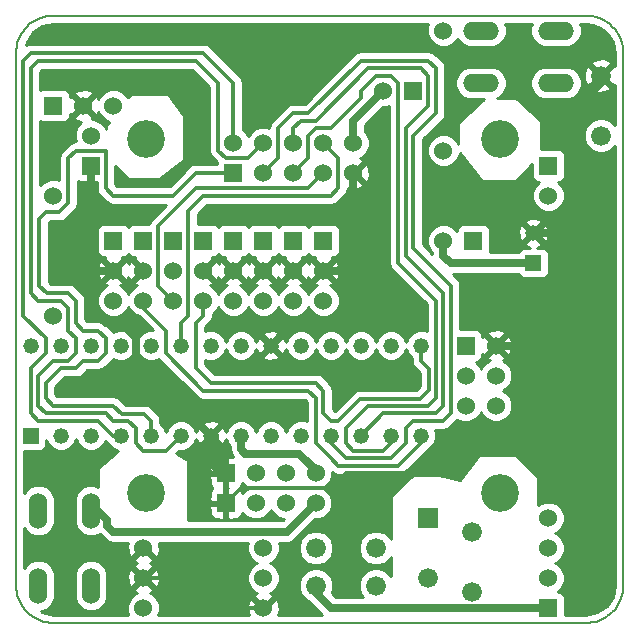
<source format=gtl>
G04 (created by PCBNEW-RS274X (2011-04-05)-testing) date Tue 31 May 2011 10:09:23 CEST*
G01*
G70*
G90*
%MOIN*%
G04 Gerber Fmt 3.4, Leading zero omitted, Abs format*
%FSLAX34Y34*%
G04 APERTURE LIST*
%ADD10C,0.006000*%
%ADD11C,0.005000*%
%ADD12R,0.060000X0.060000*%
%ADD13C,0.060000*%
%ADD14C,0.126000*%
%ADD15R,0.052000X0.052000*%
%ADD16C,0.052000*%
%ADD17O,0.120000X0.060000*%
%ADD18O,0.060000X0.120000*%
%ADD19R,0.066000X0.066000*%
%ADD20C,0.066000*%
%ADD21C,0.012000*%
%ADD22C,0.025000*%
%ADD23C,0.050000*%
%ADD24C,0.010000*%
G04 APERTURE END LIST*
G54D10*
G54D11*
X44000Y-24000D02*
X61750Y-24000D01*
X42750Y-25250D02*
X42750Y-43000D01*
X44000Y-24000D02*
X43892Y-24005D01*
X43783Y-24019D01*
X43677Y-24043D01*
X43573Y-24076D01*
X43472Y-24118D01*
X43376Y-24168D01*
X43284Y-24227D01*
X43197Y-24293D01*
X43117Y-24367D01*
X43043Y-24447D01*
X42977Y-24534D01*
X42918Y-24626D01*
X42868Y-24722D01*
X42826Y-24823D01*
X42793Y-24927D01*
X42769Y-25033D01*
X42755Y-25142D01*
X42750Y-25250D01*
X63000Y-43000D02*
X63000Y-25250D01*
X63000Y-25250D02*
X62995Y-25142D01*
X62981Y-25033D01*
X62957Y-24927D01*
X62924Y-24823D01*
X62882Y-24722D01*
X62832Y-24626D01*
X62773Y-24534D01*
X62707Y-24447D01*
X62633Y-24367D01*
X62553Y-24293D01*
X62466Y-24227D01*
X62375Y-24168D01*
X62278Y-24118D01*
X62177Y-24076D01*
X62073Y-24043D01*
X61967Y-24019D01*
X61858Y-24005D01*
X61750Y-24000D01*
X44000Y-44250D02*
X61750Y-44250D01*
X61750Y-44250D02*
X61858Y-44245D01*
X61967Y-44231D01*
X62073Y-44207D01*
X62177Y-44174D01*
X62278Y-44132D01*
X62375Y-44082D01*
X62466Y-44023D01*
X62553Y-43957D01*
X62633Y-43883D01*
X62707Y-43803D01*
X62773Y-43716D01*
X62832Y-43624D01*
X62882Y-43528D01*
X62924Y-43427D01*
X62957Y-43323D01*
X62981Y-43217D01*
X62995Y-43108D01*
X63000Y-43000D01*
X42750Y-43000D02*
X42755Y-43108D01*
X42769Y-43217D01*
X42793Y-43323D01*
X42826Y-43427D01*
X42868Y-43528D01*
X42918Y-43624D01*
X42977Y-43716D01*
X43043Y-43803D01*
X43117Y-43883D01*
X43197Y-43957D01*
X43284Y-44023D01*
X43376Y-44082D01*
X43472Y-44132D01*
X43573Y-44174D01*
X43677Y-44207D01*
X43783Y-44231D01*
X43892Y-44245D01*
X44000Y-44250D01*
G54D12*
X60500Y-43750D03*
G54D13*
X60500Y-42750D03*
X60500Y-41750D03*
X60500Y-40750D03*
G54D14*
X58890Y-39920D03*
X47080Y-28110D03*
X58890Y-28110D03*
G54D15*
X43250Y-38000D03*
G54D16*
X44250Y-38000D03*
X45250Y-38000D03*
X46250Y-38000D03*
X47250Y-38000D03*
X48250Y-38000D03*
X49250Y-38000D03*
X50250Y-38000D03*
X51250Y-38000D03*
X52250Y-38000D03*
X53250Y-38000D03*
X54250Y-38000D03*
X55250Y-38000D03*
X56250Y-38000D03*
X56250Y-35000D03*
X55250Y-35000D03*
X54250Y-35000D03*
X53250Y-35000D03*
X52250Y-35000D03*
X51250Y-35000D03*
X50250Y-35000D03*
X49250Y-35000D03*
X48250Y-35000D03*
X47250Y-35000D03*
X46250Y-35000D03*
X45250Y-35000D03*
X44250Y-35000D03*
X43250Y-35000D03*
G54D14*
X47080Y-39920D03*
G54D12*
X50000Y-29250D03*
G54D13*
X51000Y-29250D03*
X52000Y-29250D03*
X53000Y-29250D03*
X54000Y-29250D03*
X50000Y-28250D03*
X51000Y-28250D03*
X52000Y-28250D03*
X53000Y-28250D03*
X54000Y-28250D03*
G54D17*
X58250Y-24500D03*
X60750Y-24500D03*
X58250Y-26250D03*
X60750Y-26250D03*
G54D18*
X45250Y-40500D03*
X45250Y-43000D03*
X43500Y-40500D03*
X43500Y-43000D03*
G54D12*
X46000Y-31500D03*
G54D13*
X46000Y-32500D03*
X46000Y-33500D03*
G54D12*
X47000Y-31500D03*
G54D13*
X47000Y-32500D03*
X47000Y-33500D03*
G54D12*
X48000Y-31500D03*
G54D13*
X48000Y-32500D03*
X48000Y-33500D03*
G54D12*
X49000Y-31500D03*
G54D13*
X49000Y-32500D03*
X49000Y-33500D03*
G54D12*
X50000Y-31500D03*
G54D13*
X50000Y-32500D03*
X50000Y-33500D03*
G54D12*
X51000Y-31500D03*
G54D13*
X51000Y-32500D03*
X51000Y-33500D03*
G54D12*
X52000Y-31500D03*
G54D13*
X52000Y-32500D03*
X52000Y-33500D03*
G54D12*
X53000Y-31500D03*
G54D13*
X53000Y-32500D03*
X53000Y-33500D03*
X51000Y-43750D03*
X47000Y-43750D03*
X51000Y-41750D03*
X47000Y-41750D03*
X51000Y-42750D03*
X47000Y-42750D03*
X57000Y-24500D03*
X57000Y-28500D03*
X44000Y-34000D03*
X44000Y-30000D03*
G54D12*
X49750Y-39250D03*
G54D13*
X50750Y-39250D03*
X51750Y-39250D03*
X52750Y-39250D03*
G54D12*
X49750Y-40250D03*
G54D13*
X50750Y-40250D03*
X51750Y-40250D03*
X52750Y-40250D03*
G54D19*
X56500Y-40750D03*
G54D20*
X56500Y-42750D03*
X54750Y-43000D03*
X52750Y-43000D03*
X54750Y-41750D03*
X52750Y-41750D03*
G54D16*
X60000Y-31250D03*
G54D15*
X60000Y-32250D03*
G54D20*
X62250Y-28000D03*
X62250Y-26000D03*
G54D12*
X56000Y-26500D03*
G54D13*
X55000Y-26500D03*
G54D12*
X58000Y-31500D03*
G54D13*
X57000Y-31500D03*
G54D12*
X60500Y-29000D03*
G54D13*
X60500Y-30000D03*
G54D12*
X45250Y-29000D03*
G54D13*
X45250Y-28000D03*
G54D12*
X44000Y-27000D03*
G54D13*
X45000Y-27000D03*
X46000Y-27000D03*
G54D12*
X57750Y-35000D03*
G54D13*
X57750Y-36000D03*
X57750Y-37000D03*
X58750Y-35000D03*
X58750Y-36000D03*
X58750Y-37000D03*
G54D20*
X57950Y-43200D03*
X57950Y-41200D03*
G54D21*
X47750Y-34500D02*
X47750Y-35250D01*
X56250Y-38250D02*
X55500Y-39000D01*
X47000Y-33750D02*
X47000Y-33500D01*
X52750Y-38250D02*
X53250Y-38750D01*
X52750Y-37500D02*
X52750Y-38250D01*
X47000Y-33750D02*
X47750Y-34500D01*
X53250Y-38750D02*
X53500Y-39000D01*
X53500Y-39000D02*
X55500Y-39000D01*
X52750Y-36750D02*
X52750Y-37500D01*
X52500Y-36500D02*
X52750Y-36750D01*
X49750Y-36500D02*
X52500Y-36500D01*
X49000Y-36500D02*
X49750Y-36500D01*
X47750Y-35250D02*
X49000Y-36500D01*
X56250Y-38250D02*
X56250Y-38000D01*
X56250Y-38250D02*
X56250Y-38000D01*
X49250Y-36250D02*
X52750Y-36250D01*
X49000Y-34000D02*
X48750Y-34250D01*
X48750Y-34250D02*
X48750Y-35750D01*
X48750Y-35750D02*
X49250Y-36250D01*
X49000Y-33500D02*
X49000Y-34000D01*
X56250Y-35500D02*
X56250Y-35000D01*
X56528Y-35778D02*
X56250Y-35500D01*
X56528Y-36472D02*
X56528Y-35778D01*
X56222Y-36778D02*
X56528Y-36472D01*
X54222Y-36778D02*
X56222Y-36778D01*
X53500Y-37500D02*
X54222Y-36778D01*
X53250Y-37500D02*
X53500Y-37500D01*
X53000Y-37250D02*
X53250Y-37500D01*
X53000Y-36500D02*
X53000Y-37250D01*
X52750Y-36250D02*
X53000Y-36500D01*
X48250Y-35000D02*
X48250Y-34250D01*
X53500Y-28750D02*
X53000Y-28250D01*
X53500Y-29750D02*
X53500Y-28750D01*
X53250Y-30000D02*
X53500Y-29750D01*
X49000Y-30000D02*
X53250Y-30000D01*
X48500Y-30500D02*
X49000Y-30000D01*
X48500Y-34000D02*
X48500Y-30500D01*
X48250Y-34250D02*
X48500Y-34000D01*
X47500Y-33000D02*
X47500Y-31000D01*
X53000Y-29250D02*
X52500Y-29750D01*
X47500Y-33000D02*
X48000Y-33500D01*
X48750Y-29750D02*
X52500Y-29750D01*
X47500Y-31000D02*
X48750Y-29750D01*
X46250Y-38000D02*
X46000Y-38000D01*
X46000Y-38000D02*
X45500Y-37500D01*
X45500Y-37500D02*
X43500Y-37500D01*
X43500Y-37500D02*
X43250Y-37250D01*
X43250Y-37250D02*
X43250Y-35750D01*
X43250Y-35750D02*
X43750Y-35250D01*
X43750Y-35250D02*
X43750Y-34750D01*
X50000Y-26250D02*
X49000Y-25250D01*
X49000Y-25250D02*
X43250Y-25250D01*
X43250Y-25250D02*
X43000Y-25500D01*
X43000Y-25500D02*
X43000Y-34000D01*
X43000Y-34000D02*
X43750Y-34750D01*
X50000Y-26250D02*
X50000Y-28250D01*
X46250Y-38000D02*
X46000Y-38000D01*
X45750Y-28500D02*
X45750Y-28750D01*
X45500Y-34500D02*
X45000Y-34500D01*
X45000Y-34500D02*
X44750Y-34250D01*
X44750Y-34250D02*
X44750Y-33500D01*
X44750Y-33500D02*
X44500Y-33250D01*
X44500Y-33250D02*
X43778Y-33250D01*
X43778Y-33250D02*
X43528Y-33000D01*
X43528Y-33000D02*
X43528Y-30778D01*
X43528Y-30778D02*
X43750Y-30556D01*
X43750Y-30556D02*
X44194Y-30556D01*
X44194Y-30556D02*
X44500Y-30250D01*
X47250Y-38000D02*
X47250Y-37500D01*
X45750Y-35250D02*
X45750Y-34750D01*
X45500Y-35500D02*
X45750Y-35250D01*
X45000Y-35500D02*
X45500Y-35500D01*
X44750Y-35750D02*
X45000Y-35500D01*
X44250Y-35750D02*
X44750Y-35750D01*
X43750Y-36250D02*
X44250Y-35750D01*
X43750Y-36750D02*
X43750Y-36250D01*
X44000Y-37000D02*
X43750Y-36750D01*
X46000Y-37000D02*
X44000Y-37000D01*
X46278Y-37278D02*
X46000Y-37000D01*
X47028Y-37278D02*
X46278Y-37278D01*
X47250Y-37500D02*
X47028Y-37278D01*
X45750Y-34750D02*
X45500Y-34500D01*
X45000Y-28500D02*
X44750Y-28500D01*
X44750Y-28500D02*
X44500Y-28750D01*
X44500Y-28750D02*
X44500Y-30250D01*
X45750Y-28500D02*
X45000Y-28500D01*
X48750Y-29250D02*
X50000Y-29250D01*
X48000Y-30000D02*
X48750Y-29250D01*
X46000Y-30000D02*
X48000Y-30000D01*
X45750Y-29750D02*
X46000Y-30000D01*
X45750Y-28750D02*
X45750Y-29750D01*
X44500Y-33750D02*
X44250Y-33500D01*
X46000Y-37500D02*
X45750Y-37250D01*
X45750Y-37250D02*
X43750Y-37250D01*
X43750Y-37250D02*
X43500Y-37000D01*
X43500Y-37000D02*
X43500Y-36000D01*
X43500Y-36000D02*
X44000Y-35500D01*
X44000Y-35500D02*
X44500Y-35500D01*
X44500Y-35500D02*
X44750Y-35250D01*
X44750Y-35250D02*
X44750Y-34750D01*
X51000Y-28250D02*
X50500Y-28750D01*
X47750Y-38500D02*
X48250Y-38000D01*
X47000Y-38500D02*
X47750Y-38500D01*
X46750Y-38250D02*
X47000Y-38500D01*
X46750Y-37750D02*
X46750Y-38250D01*
X46500Y-37500D02*
X46750Y-37750D01*
X44500Y-34500D02*
X44750Y-34750D01*
X44500Y-33750D02*
X44500Y-34500D01*
X43250Y-25750D02*
X43250Y-29000D01*
X43500Y-25500D02*
X43250Y-25750D01*
X48750Y-25500D02*
X43500Y-25500D01*
X49500Y-26250D02*
X48750Y-25500D01*
X49500Y-28500D02*
X49500Y-26250D01*
X49750Y-28750D02*
X49500Y-28500D01*
X50500Y-28750D02*
X49750Y-28750D01*
X46500Y-37500D02*
X46000Y-37500D01*
X43250Y-33250D02*
X43250Y-29000D01*
X43500Y-33500D02*
X43250Y-33250D01*
X44250Y-33500D02*
X43500Y-33500D01*
X51000Y-29250D02*
X51500Y-28750D01*
X56000Y-31750D02*
X56500Y-32250D01*
X56000Y-28000D02*
X56000Y-31750D01*
X56750Y-27250D02*
X56000Y-28000D01*
X56750Y-25750D02*
X56750Y-27250D01*
X56500Y-25500D02*
X56750Y-25750D01*
X54250Y-25500D02*
X56500Y-25500D01*
X52500Y-27250D02*
X54250Y-25500D01*
X52000Y-27250D02*
X52500Y-27250D01*
X51500Y-27750D02*
X52000Y-27250D01*
X51500Y-28750D02*
X51500Y-27750D01*
X55750Y-38250D02*
X55750Y-37750D01*
X57000Y-37500D02*
X57250Y-37250D01*
X57250Y-37250D02*
X57250Y-33000D01*
X57250Y-33000D02*
X57000Y-32750D01*
X57000Y-32750D02*
X56500Y-32250D01*
X53250Y-38250D02*
X53750Y-38750D01*
X53750Y-38750D02*
X55250Y-38750D01*
X55250Y-38750D02*
X55750Y-38250D01*
X53250Y-38250D02*
X53250Y-38000D01*
X56000Y-37500D02*
X57000Y-37500D01*
X55750Y-37750D02*
X56000Y-37500D01*
X53250Y-38000D02*
X53250Y-38150D01*
X56250Y-32500D02*
X55750Y-32000D01*
X57000Y-37000D02*
X56750Y-37250D01*
X56750Y-37250D02*
X56722Y-37250D01*
X56500Y-37250D02*
X56722Y-37250D01*
X55000Y-37250D02*
X56500Y-37250D01*
X57000Y-36750D02*
X57000Y-33250D01*
X57000Y-33250D02*
X56250Y-32500D01*
X54250Y-38000D02*
X55000Y-37250D01*
X57000Y-36750D02*
X57000Y-37000D01*
X52000Y-27750D02*
X52000Y-28250D01*
X52250Y-27500D02*
X52000Y-27750D01*
X52750Y-27500D02*
X52250Y-27500D01*
X54500Y-25750D02*
X52750Y-27500D01*
X56250Y-25750D02*
X54500Y-25750D01*
X56500Y-26000D02*
X56250Y-25750D01*
X56500Y-27000D02*
X56500Y-26000D01*
X55750Y-27750D02*
X56500Y-27000D01*
X55750Y-32000D02*
X55750Y-27750D01*
X55750Y-32500D02*
X55500Y-32250D01*
X56500Y-37000D02*
X56750Y-36750D01*
X56750Y-36750D02*
X56750Y-36500D01*
X55250Y-38000D02*
X55250Y-38250D01*
X56750Y-33500D02*
X55750Y-32500D01*
X56750Y-36500D02*
X56750Y-33500D01*
X54500Y-37000D02*
X56250Y-37000D01*
X53750Y-37750D02*
X54500Y-37000D01*
X53750Y-38250D02*
X53750Y-37750D01*
X54000Y-38500D02*
X53750Y-38250D01*
X55000Y-38500D02*
X54000Y-38500D01*
X55250Y-38250D02*
X55000Y-38500D01*
X56250Y-37000D02*
X56500Y-37000D01*
X52500Y-28750D02*
X52500Y-28000D01*
X52500Y-28000D02*
X52750Y-27750D01*
X52750Y-27750D02*
X53250Y-27750D01*
X53250Y-27750D02*
X54250Y-26750D01*
X54250Y-26750D02*
X54250Y-26500D01*
X54250Y-26500D02*
X54750Y-26000D01*
X54750Y-26000D02*
X55250Y-26000D01*
X55250Y-26000D02*
X55500Y-26250D01*
X55500Y-26250D02*
X55500Y-26750D01*
X55500Y-26750D02*
X55500Y-27750D01*
X52500Y-28750D02*
X52000Y-29250D01*
X55500Y-32250D02*
X55500Y-27750D01*
G54D22*
X52750Y-43000D02*
X52750Y-43250D01*
X53250Y-43750D02*
X60500Y-43750D01*
X52750Y-43250D02*
X53250Y-43750D01*
X45250Y-40500D02*
X45500Y-40500D01*
X46400Y-41200D02*
X47800Y-41200D01*
X47800Y-41200D02*
X51800Y-41200D01*
X51800Y-41200D02*
X52100Y-40900D01*
X52100Y-40900D02*
X52750Y-40250D01*
X46000Y-41200D02*
X46400Y-41200D01*
X45800Y-41000D02*
X46000Y-41200D01*
X45800Y-40800D02*
X45800Y-41000D01*
X45500Y-40500D02*
X45800Y-40800D01*
X57000Y-31500D02*
X57000Y-32000D01*
X57250Y-32250D02*
X60000Y-32250D01*
X57000Y-32000D02*
X57250Y-32250D01*
X54000Y-28250D02*
X54000Y-27500D01*
X54000Y-27500D02*
X55000Y-26500D01*
X52750Y-39250D02*
X52750Y-39150D01*
X50250Y-38450D02*
X50250Y-38000D01*
X50400Y-38600D02*
X50250Y-38450D01*
X52200Y-38600D02*
X50400Y-38600D01*
X52750Y-39150D02*
X52200Y-38600D01*
G54D21*
X53250Y-39750D02*
X53750Y-39250D01*
X58250Y-38000D02*
X59000Y-38000D01*
X59000Y-38000D02*
X59750Y-37250D01*
X59750Y-37250D02*
X59750Y-36000D01*
X59750Y-36000D02*
X58750Y-35000D01*
X57000Y-38000D02*
X58250Y-38000D01*
X55750Y-39250D02*
X57000Y-38000D01*
X53750Y-39250D02*
X55750Y-39250D01*
X47000Y-42750D02*
X48250Y-42750D01*
X49250Y-43750D02*
X51000Y-43750D01*
X48250Y-42750D02*
X49250Y-43750D01*
X49750Y-40250D02*
X50250Y-39750D01*
X53250Y-39750D02*
X53250Y-39750D01*
X50250Y-39750D02*
X53250Y-39750D01*
G54D22*
X58750Y-35000D02*
X60250Y-35000D01*
X61000Y-31500D02*
X60750Y-31250D01*
X61000Y-34250D02*
X61000Y-31500D01*
X60250Y-35000D02*
X61000Y-34250D01*
X60000Y-31250D02*
X60750Y-31250D01*
X62250Y-26250D02*
X62250Y-26000D01*
X61500Y-27000D02*
X62250Y-26250D01*
X61500Y-30500D02*
X61500Y-27000D01*
X60750Y-31250D02*
X61500Y-30500D01*
X53000Y-32500D02*
X53500Y-32500D01*
X54000Y-32000D02*
X54000Y-29250D01*
X53500Y-32500D02*
X54000Y-32000D01*
X51250Y-35000D02*
X52000Y-34250D01*
X54250Y-32500D02*
X53000Y-32500D01*
X54500Y-32750D02*
X54250Y-32500D01*
X54500Y-33750D02*
X54500Y-32750D01*
X54000Y-34250D02*
X54500Y-33750D01*
X52000Y-34250D02*
X54000Y-34250D01*
X49250Y-38000D02*
X46750Y-35500D01*
X45400Y-33900D02*
X45400Y-32500D01*
X45750Y-34250D02*
X45400Y-33900D01*
X46250Y-34250D02*
X45750Y-34250D01*
X46750Y-34750D02*
X46250Y-34250D01*
X46750Y-35500D02*
X46750Y-34750D01*
X46000Y-32500D02*
X45400Y-32500D01*
X45250Y-29950D02*
X45250Y-29000D01*
X45400Y-32500D02*
X45100Y-32200D01*
X45100Y-32200D02*
X45100Y-30100D01*
X45100Y-30100D02*
X45250Y-29950D01*
G54D23*
X49750Y-39250D02*
X49250Y-38750D01*
X49250Y-38750D02*
X49250Y-38000D01*
G54D10*
G36*
X47751Y-30310D02*
X47281Y-30781D01*
X47214Y-30881D01*
X47199Y-30951D01*
X46651Y-30951D01*
X46559Y-30989D01*
X46500Y-31048D01*
X46441Y-30989D01*
X46350Y-30951D01*
X46251Y-30951D01*
X45651Y-30951D01*
X45559Y-30989D01*
X45489Y-31059D01*
X45451Y-31150D01*
X45451Y-31249D01*
X45451Y-31849D01*
X45489Y-31941D01*
X45559Y-32011D01*
X45650Y-32049D01*
X45712Y-32049D01*
X45692Y-32122D01*
X46000Y-32429D01*
X46308Y-32122D01*
X46287Y-32049D01*
X46349Y-32049D01*
X46441Y-32011D01*
X46500Y-31952D01*
X46559Y-32011D01*
X46650Y-32049D01*
X46712Y-32049D01*
X46692Y-32122D01*
X46965Y-32394D01*
X47000Y-32429D01*
X47071Y-32500D01*
X47000Y-32571D01*
X46929Y-32641D01*
X46929Y-32500D01*
X46622Y-32192D01*
X46528Y-32219D01*
X46502Y-32292D01*
X46472Y-32219D01*
X46378Y-32192D01*
X46071Y-32500D01*
X46378Y-32808D01*
X46472Y-32781D01*
X46497Y-32707D01*
X46528Y-32781D01*
X46622Y-32808D01*
X46929Y-32500D01*
X46929Y-32641D01*
X46692Y-32878D01*
X46719Y-32972D01*
X46784Y-32995D01*
X46689Y-33035D01*
X46535Y-33189D01*
X46500Y-33273D01*
X46465Y-33189D01*
X46311Y-33035D01*
X46219Y-32997D01*
X46281Y-32972D01*
X46308Y-32878D01*
X46000Y-32571D01*
X45929Y-32641D01*
X45929Y-32500D01*
X45622Y-32192D01*
X45528Y-32219D01*
X45457Y-32421D01*
X45468Y-32634D01*
X45528Y-32781D01*
X45622Y-32808D01*
X45929Y-32500D01*
X45929Y-32641D01*
X45692Y-32878D01*
X45719Y-32972D01*
X45784Y-32995D01*
X45689Y-33035D01*
X45535Y-33189D01*
X45451Y-33391D01*
X45451Y-33609D01*
X45535Y-33811D01*
X45689Y-33965D01*
X45891Y-34049D01*
X46109Y-34049D01*
X46311Y-33965D01*
X46465Y-33811D01*
X46500Y-33726D01*
X46535Y-33811D01*
X46689Y-33965D01*
X46839Y-34027D01*
X47302Y-34491D01*
X47149Y-34491D01*
X46962Y-34568D01*
X46819Y-34712D01*
X46750Y-34877D01*
X46682Y-34712D01*
X46538Y-34569D01*
X46351Y-34491D01*
X46149Y-34491D01*
X45987Y-34557D01*
X45986Y-34557D01*
X45969Y-34531D01*
X45969Y-34530D01*
X45719Y-34281D01*
X45619Y-34214D01*
X45500Y-34190D01*
X45128Y-34190D01*
X45060Y-34121D01*
X45060Y-33500D01*
X45036Y-33382D01*
X45036Y-33381D01*
X45002Y-33331D01*
X44969Y-33281D01*
X44969Y-33280D01*
X44719Y-33031D01*
X44619Y-32964D01*
X44500Y-32940D01*
X43906Y-32940D01*
X43838Y-32871D01*
X43838Y-30906D01*
X43878Y-30866D01*
X44194Y-30866D01*
X44312Y-30842D01*
X44313Y-30842D01*
X44413Y-30775D01*
X44719Y-30470D01*
X44719Y-30469D01*
X44786Y-30369D01*
X44809Y-30251D01*
X44810Y-30250D01*
X44810Y-29511D01*
X44901Y-29549D01*
X45138Y-29550D01*
X45200Y-29488D01*
X45200Y-29100D01*
X45200Y-29050D01*
X45200Y-28950D01*
X45300Y-28950D01*
X45300Y-29050D01*
X45300Y-29100D01*
X45300Y-29488D01*
X45362Y-29550D01*
X45440Y-29549D01*
X45440Y-29750D01*
X45464Y-29869D01*
X45531Y-29969D01*
X45780Y-30219D01*
X45781Y-30219D01*
X45831Y-30252D01*
X45881Y-30286D01*
X45882Y-30286D01*
X46000Y-30310D01*
X47751Y-30310D01*
X47751Y-30310D01*
G37*
G54D24*
X47751Y-30310D02*
X47281Y-30781D01*
X47214Y-30881D01*
X47199Y-30951D01*
X46651Y-30951D01*
X46559Y-30989D01*
X46500Y-31048D01*
X46441Y-30989D01*
X46350Y-30951D01*
X46251Y-30951D01*
X45651Y-30951D01*
X45559Y-30989D01*
X45489Y-31059D01*
X45451Y-31150D01*
X45451Y-31249D01*
X45451Y-31849D01*
X45489Y-31941D01*
X45559Y-32011D01*
X45650Y-32049D01*
X45712Y-32049D01*
X45692Y-32122D01*
X46000Y-32429D01*
X46308Y-32122D01*
X46287Y-32049D01*
X46349Y-32049D01*
X46441Y-32011D01*
X46500Y-31952D01*
X46559Y-32011D01*
X46650Y-32049D01*
X46712Y-32049D01*
X46692Y-32122D01*
X46965Y-32394D01*
X47000Y-32429D01*
X47071Y-32500D01*
X47000Y-32571D01*
X46929Y-32641D01*
X46929Y-32500D01*
X46622Y-32192D01*
X46528Y-32219D01*
X46502Y-32292D01*
X46472Y-32219D01*
X46378Y-32192D01*
X46071Y-32500D01*
X46378Y-32808D01*
X46472Y-32781D01*
X46497Y-32707D01*
X46528Y-32781D01*
X46622Y-32808D01*
X46929Y-32500D01*
X46929Y-32641D01*
X46692Y-32878D01*
X46719Y-32972D01*
X46784Y-32995D01*
X46689Y-33035D01*
X46535Y-33189D01*
X46500Y-33273D01*
X46465Y-33189D01*
X46311Y-33035D01*
X46219Y-32997D01*
X46281Y-32972D01*
X46308Y-32878D01*
X46000Y-32571D01*
X45929Y-32641D01*
X45929Y-32500D01*
X45622Y-32192D01*
X45528Y-32219D01*
X45457Y-32421D01*
X45468Y-32634D01*
X45528Y-32781D01*
X45622Y-32808D01*
X45929Y-32500D01*
X45929Y-32641D01*
X45692Y-32878D01*
X45719Y-32972D01*
X45784Y-32995D01*
X45689Y-33035D01*
X45535Y-33189D01*
X45451Y-33391D01*
X45451Y-33609D01*
X45535Y-33811D01*
X45689Y-33965D01*
X45891Y-34049D01*
X46109Y-34049D01*
X46311Y-33965D01*
X46465Y-33811D01*
X46500Y-33726D01*
X46535Y-33811D01*
X46689Y-33965D01*
X46839Y-34027D01*
X47302Y-34491D01*
X47149Y-34491D01*
X46962Y-34568D01*
X46819Y-34712D01*
X46750Y-34877D01*
X46682Y-34712D01*
X46538Y-34569D01*
X46351Y-34491D01*
X46149Y-34491D01*
X45987Y-34557D01*
X45986Y-34557D01*
X45969Y-34531D01*
X45969Y-34530D01*
X45719Y-34281D01*
X45619Y-34214D01*
X45500Y-34190D01*
X45128Y-34190D01*
X45060Y-34121D01*
X45060Y-33500D01*
X45036Y-33382D01*
X45036Y-33381D01*
X45002Y-33331D01*
X44969Y-33281D01*
X44969Y-33280D01*
X44719Y-33031D01*
X44619Y-32964D01*
X44500Y-32940D01*
X43906Y-32940D01*
X43838Y-32871D01*
X43838Y-30906D01*
X43878Y-30866D01*
X44194Y-30866D01*
X44312Y-30842D01*
X44313Y-30842D01*
X44413Y-30775D01*
X44719Y-30470D01*
X44719Y-30469D01*
X44786Y-30369D01*
X44809Y-30251D01*
X44810Y-30250D01*
X44810Y-29511D01*
X44901Y-29549D01*
X45138Y-29550D01*
X45200Y-29488D01*
X45200Y-29100D01*
X45200Y-29050D01*
X45200Y-28950D01*
X45300Y-28950D01*
X45300Y-29050D01*
X45300Y-29100D01*
X45300Y-29488D01*
X45362Y-29550D01*
X45440Y-29549D01*
X45440Y-29750D01*
X45464Y-29869D01*
X45531Y-29969D01*
X45780Y-30219D01*
X45781Y-30219D01*
X45831Y-30252D01*
X45881Y-30286D01*
X45882Y-30286D01*
X46000Y-30310D01*
X47751Y-30310D01*
G54D10*
G36*
X48071Y-32500D02*
X48000Y-32571D01*
X47929Y-32500D01*
X48000Y-32429D01*
X48071Y-32500D01*
X48071Y-32500D01*
G37*
G54D24*
X48071Y-32500D02*
X48000Y-32571D01*
X47929Y-32500D01*
X48000Y-32429D01*
X48071Y-32500D01*
G54D10*
G36*
X49454Y-28892D02*
X49451Y-28900D01*
X49451Y-28940D01*
X48750Y-28940D01*
X48631Y-28964D01*
X48530Y-29031D01*
X48350Y-29211D01*
X47871Y-29690D01*
X46128Y-29690D01*
X46060Y-29621D01*
X46060Y-29031D01*
X46479Y-29450D01*
X47517Y-29450D01*
X48350Y-28825D01*
X48350Y-27334D01*
X47826Y-26600D01*
X46575Y-26600D01*
X46479Y-26724D01*
X46465Y-26689D01*
X46311Y-26535D01*
X46109Y-26451D01*
X45891Y-26451D01*
X45689Y-26535D01*
X45535Y-26689D01*
X45497Y-26780D01*
X45472Y-26719D01*
X45378Y-26692D01*
X45308Y-26762D01*
X45308Y-26622D01*
X45281Y-26528D01*
X45079Y-26457D01*
X44866Y-26468D01*
X44719Y-26528D01*
X44692Y-26622D01*
X45000Y-26929D01*
X45308Y-26622D01*
X45308Y-26762D01*
X45071Y-27000D01*
X45378Y-27308D01*
X45472Y-27281D01*
X45495Y-27215D01*
X45535Y-27311D01*
X45689Y-27465D01*
X45861Y-27536D01*
X45750Y-27683D01*
X45750Y-27773D01*
X45715Y-27689D01*
X45561Y-27535D01*
X45359Y-27451D01*
X45287Y-27451D01*
X45308Y-27378D01*
X45000Y-27071D01*
X44692Y-27378D01*
X44719Y-27472D01*
X44921Y-27543D01*
X44931Y-27542D01*
X44785Y-27689D01*
X44701Y-27891D01*
X44701Y-28109D01*
X44735Y-28192D01*
X44631Y-28214D01*
X44581Y-28247D01*
X44530Y-28281D01*
X44281Y-28531D01*
X44214Y-28631D01*
X44190Y-28750D01*
X44190Y-29484D01*
X44109Y-29451D01*
X43891Y-29451D01*
X43689Y-29535D01*
X43560Y-29664D01*
X43560Y-29000D01*
X43560Y-27511D01*
X43650Y-27549D01*
X43749Y-27549D01*
X44349Y-27549D01*
X44441Y-27511D01*
X44511Y-27441D01*
X44549Y-27350D01*
X44549Y-27287D01*
X44622Y-27308D01*
X44929Y-27000D01*
X44622Y-26692D01*
X44549Y-26712D01*
X44549Y-26651D01*
X44511Y-26559D01*
X44441Y-26489D01*
X44350Y-26451D01*
X44251Y-26451D01*
X43651Y-26451D01*
X43560Y-26488D01*
X43560Y-25878D01*
X43628Y-25810D01*
X48621Y-25810D01*
X49190Y-26378D01*
X49190Y-28500D01*
X49214Y-28619D01*
X49281Y-28719D01*
X49454Y-28892D01*
X49454Y-28892D01*
G37*
G54D24*
X49454Y-28892D02*
X49451Y-28900D01*
X49451Y-28940D01*
X48750Y-28940D01*
X48631Y-28964D01*
X48530Y-29031D01*
X48350Y-29211D01*
X47871Y-29690D01*
X46128Y-29690D01*
X46060Y-29621D01*
X46060Y-29031D01*
X46479Y-29450D01*
X47517Y-29450D01*
X48350Y-28825D01*
X48350Y-27334D01*
X47826Y-26600D01*
X46575Y-26600D01*
X46479Y-26724D01*
X46465Y-26689D01*
X46311Y-26535D01*
X46109Y-26451D01*
X45891Y-26451D01*
X45689Y-26535D01*
X45535Y-26689D01*
X45497Y-26780D01*
X45472Y-26719D01*
X45378Y-26692D01*
X45308Y-26762D01*
X45308Y-26622D01*
X45281Y-26528D01*
X45079Y-26457D01*
X44866Y-26468D01*
X44719Y-26528D01*
X44692Y-26622D01*
X45000Y-26929D01*
X45308Y-26622D01*
X45308Y-26762D01*
X45071Y-27000D01*
X45378Y-27308D01*
X45472Y-27281D01*
X45495Y-27215D01*
X45535Y-27311D01*
X45689Y-27465D01*
X45861Y-27536D01*
X45750Y-27683D01*
X45750Y-27773D01*
X45715Y-27689D01*
X45561Y-27535D01*
X45359Y-27451D01*
X45287Y-27451D01*
X45308Y-27378D01*
X45000Y-27071D01*
X44692Y-27378D01*
X44719Y-27472D01*
X44921Y-27543D01*
X44931Y-27542D01*
X44785Y-27689D01*
X44701Y-27891D01*
X44701Y-28109D01*
X44735Y-28192D01*
X44631Y-28214D01*
X44581Y-28247D01*
X44530Y-28281D01*
X44281Y-28531D01*
X44214Y-28631D01*
X44190Y-28750D01*
X44190Y-29484D01*
X44109Y-29451D01*
X43891Y-29451D01*
X43689Y-29535D01*
X43560Y-29664D01*
X43560Y-29000D01*
X43560Y-27511D01*
X43650Y-27549D01*
X43749Y-27549D01*
X44349Y-27549D01*
X44441Y-27511D01*
X44511Y-27441D01*
X44549Y-27350D01*
X44549Y-27287D01*
X44622Y-27308D01*
X44929Y-27000D01*
X44622Y-26692D01*
X44549Y-26712D01*
X44549Y-26651D01*
X44511Y-26559D01*
X44441Y-26489D01*
X44350Y-26451D01*
X44251Y-26451D01*
X43651Y-26451D01*
X43560Y-26488D01*
X43560Y-25878D01*
X43628Y-25810D01*
X48621Y-25810D01*
X49190Y-26378D01*
X49190Y-28500D01*
X49214Y-28619D01*
X49281Y-28719D01*
X49454Y-28892D01*
G54D10*
G36*
X50523Y-39750D02*
X50439Y-39785D01*
X50299Y-39925D01*
X50299Y-39900D01*
X50261Y-39809D01*
X50202Y-39750D01*
X50261Y-39691D01*
X50299Y-39600D01*
X50299Y-39575D01*
X50439Y-39715D01*
X50523Y-39750D01*
X50523Y-39750D01*
G37*
G54D24*
X50523Y-39750D02*
X50439Y-39785D01*
X50299Y-39925D01*
X50299Y-39900D01*
X50261Y-39809D01*
X50202Y-39750D01*
X50261Y-39691D01*
X50299Y-39600D01*
X50299Y-39575D01*
X50439Y-39715D01*
X50523Y-39750D01*
G54D10*
G36*
X52440Y-37528D02*
X52351Y-37491D01*
X52149Y-37491D01*
X51962Y-37568D01*
X51819Y-37712D01*
X51750Y-37877D01*
X51682Y-37712D01*
X51538Y-37569D01*
X51351Y-37491D01*
X51149Y-37491D01*
X50962Y-37568D01*
X50819Y-37712D01*
X50750Y-37877D01*
X50682Y-37712D01*
X50538Y-37569D01*
X50351Y-37491D01*
X50149Y-37491D01*
X49962Y-37568D01*
X49819Y-37712D01*
X49744Y-37891D01*
X49743Y-37871D01*
X49690Y-37743D01*
X49600Y-37721D01*
X49529Y-37792D01*
X49529Y-37650D01*
X49507Y-37560D01*
X49319Y-37495D01*
X49121Y-37507D01*
X48993Y-37560D01*
X48971Y-37650D01*
X49250Y-37929D01*
X49529Y-37650D01*
X49529Y-37792D01*
X49321Y-38000D01*
X49600Y-38279D01*
X49690Y-38257D01*
X49742Y-38104D01*
X49818Y-38288D01*
X49875Y-38344D01*
X49875Y-38450D01*
X49904Y-38594D01*
X49975Y-38700D01*
X49862Y-38700D01*
X49800Y-38762D01*
X49800Y-39150D01*
X49800Y-39200D01*
X49800Y-39300D01*
X49800Y-39350D01*
X49800Y-39738D01*
X49812Y-39750D01*
X49800Y-39762D01*
X49800Y-40150D01*
X49800Y-40200D01*
X49800Y-40300D01*
X49800Y-40350D01*
X49800Y-40738D01*
X49862Y-40800D01*
X50099Y-40799D01*
X50191Y-40761D01*
X50261Y-40691D01*
X50299Y-40600D01*
X50299Y-40575D01*
X50439Y-40715D01*
X50641Y-40799D01*
X50859Y-40799D01*
X51061Y-40715D01*
X51215Y-40561D01*
X51250Y-40476D01*
X51285Y-40561D01*
X51439Y-40715D01*
X51641Y-40799D01*
X51671Y-40799D01*
X51645Y-40825D01*
X49700Y-40825D01*
X49700Y-40738D01*
X49700Y-40300D01*
X49700Y-40200D01*
X49700Y-39762D01*
X49688Y-39750D01*
X49700Y-39738D01*
X49700Y-39300D01*
X49700Y-39200D01*
X49700Y-38762D01*
X49638Y-38700D01*
X49529Y-38700D01*
X49529Y-38350D01*
X49250Y-38071D01*
X48971Y-38350D01*
X48993Y-38440D01*
X49181Y-38505D01*
X49379Y-38493D01*
X49507Y-38440D01*
X49529Y-38350D01*
X49529Y-38700D01*
X49401Y-38701D01*
X49309Y-38739D01*
X49239Y-38809D01*
X49201Y-38900D01*
X49201Y-38999D01*
X49200Y-39138D01*
X49262Y-39200D01*
X49700Y-39200D01*
X49700Y-39300D01*
X49262Y-39300D01*
X49200Y-39362D01*
X49201Y-39501D01*
X49201Y-39600D01*
X49239Y-39691D01*
X49298Y-39750D01*
X49239Y-39809D01*
X49201Y-39900D01*
X49201Y-39999D01*
X49200Y-40138D01*
X49262Y-40200D01*
X49700Y-40200D01*
X49700Y-40300D01*
X49262Y-40300D01*
X49200Y-40362D01*
X49201Y-40501D01*
X49201Y-40600D01*
X49239Y-40691D01*
X49309Y-40761D01*
X49401Y-40799D01*
X49638Y-40800D01*
X49700Y-40738D01*
X49700Y-40825D01*
X48500Y-40825D01*
X48500Y-38820D01*
X48350Y-38739D01*
X48089Y-38598D01*
X48179Y-38509D01*
X48350Y-38509D01*
X48351Y-38509D01*
X48538Y-38432D01*
X48681Y-38288D01*
X48755Y-38108D01*
X48757Y-38129D01*
X48810Y-38257D01*
X48900Y-38279D01*
X49179Y-38000D01*
X48900Y-37721D01*
X48810Y-37743D01*
X48757Y-37895D01*
X48682Y-37712D01*
X48538Y-37569D01*
X48351Y-37491D01*
X48350Y-37491D01*
X48149Y-37491D01*
X47962Y-37568D01*
X47819Y-37712D01*
X47750Y-37877D01*
X47682Y-37712D01*
X47560Y-37590D01*
X47560Y-37500D01*
X47559Y-37499D01*
X47536Y-37381D01*
X47469Y-37281D01*
X47469Y-37280D01*
X47247Y-37059D01*
X47147Y-36992D01*
X47028Y-36968D01*
X46406Y-36968D01*
X46219Y-36781D01*
X46119Y-36714D01*
X46000Y-36690D01*
X44128Y-36690D01*
X44060Y-36621D01*
X44060Y-36378D01*
X44378Y-36060D01*
X44750Y-36060D01*
X44868Y-36036D01*
X44869Y-36036D01*
X44969Y-35969D01*
X45128Y-35810D01*
X45500Y-35810D01*
X45618Y-35786D01*
X45619Y-35786D01*
X45719Y-35719D01*
X45969Y-35470D01*
X45969Y-35469D01*
X45987Y-35441D01*
X46149Y-35509D01*
X46351Y-35509D01*
X46538Y-35432D01*
X46681Y-35288D01*
X46749Y-35122D01*
X46818Y-35288D01*
X46962Y-35431D01*
X47149Y-35509D01*
X47351Y-35509D01*
X47513Y-35442D01*
X47531Y-35469D01*
X48350Y-36288D01*
X48780Y-36719D01*
X48781Y-36719D01*
X48881Y-36786D01*
X48999Y-36809D01*
X49000Y-36810D01*
X49750Y-36810D01*
X52371Y-36810D01*
X52440Y-36878D01*
X52440Y-37500D01*
X52440Y-37528D01*
X52440Y-37528D01*
G37*
G54D24*
X52440Y-37528D02*
X52351Y-37491D01*
X52149Y-37491D01*
X51962Y-37568D01*
X51819Y-37712D01*
X51750Y-37877D01*
X51682Y-37712D01*
X51538Y-37569D01*
X51351Y-37491D01*
X51149Y-37491D01*
X50962Y-37568D01*
X50819Y-37712D01*
X50750Y-37877D01*
X50682Y-37712D01*
X50538Y-37569D01*
X50351Y-37491D01*
X50149Y-37491D01*
X49962Y-37568D01*
X49819Y-37712D01*
X49744Y-37891D01*
X49743Y-37871D01*
X49690Y-37743D01*
X49600Y-37721D01*
X49529Y-37792D01*
X49529Y-37650D01*
X49507Y-37560D01*
X49319Y-37495D01*
X49121Y-37507D01*
X48993Y-37560D01*
X48971Y-37650D01*
X49250Y-37929D01*
X49529Y-37650D01*
X49529Y-37792D01*
X49321Y-38000D01*
X49600Y-38279D01*
X49690Y-38257D01*
X49742Y-38104D01*
X49818Y-38288D01*
X49875Y-38344D01*
X49875Y-38450D01*
X49904Y-38594D01*
X49975Y-38700D01*
X49862Y-38700D01*
X49800Y-38762D01*
X49800Y-39150D01*
X49800Y-39200D01*
X49800Y-39300D01*
X49800Y-39350D01*
X49800Y-39738D01*
X49812Y-39750D01*
X49800Y-39762D01*
X49800Y-40150D01*
X49800Y-40200D01*
X49800Y-40300D01*
X49800Y-40350D01*
X49800Y-40738D01*
X49862Y-40800D01*
X50099Y-40799D01*
X50191Y-40761D01*
X50261Y-40691D01*
X50299Y-40600D01*
X50299Y-40575D01*
X50439Y-40715D01*
X50641Y-40799D01*
X50859Y-40799D01*
X51061Y-40715D01*
X51215Y-40561D01*
X51250Y-40476D01*
X51285Y-40561D01*
X51439Y-40715D01*
X51641Y-40799D01*
X51671Y-40799D01*
X51645Y-40825D01*
X49700Y-40825D01*
X49700Y-40738D01*
X49700Y-40300D01*
X49700Y-40200D01*
X49700Y-39762D01*
X49688Y-39750D01*
X49700Y-39738D01*
X49700Y-39300D01*
X49700Y-39200D01*
X49700Y-38762D01*
X49638Y-38700D01*
X49529Y-38700D01*
X49529Y-38350D01*
X49250Y-38071D01*
X48971Y-38350D01*
X48993Y-38440D01*
X49181Y-38505D01*
X49379Y-38493D01*
X49507Y-38440D01*
X49529Y-38350D01*
X49529Y-38700D01*
X49401Y-38701D01*
X49309Y-38739D01*
X49239Y-38809D01*
X49201Y-38900D01*
X49201Y-38999D01*
X49200Y-39138D01*
X49262Y-39200D01*
X49700Y-39200D01*
X49700Y-39300D01*
X49262Y-39300D01*
X49200Y-39362D01*
X49201Y-39501D01*
X49201Y-39600D01*
X49239Y-39691D01*
X49298Y-39750D01*
X49239Y-39809D01*
X49201Y-39900D01*
X49201Y-39999D01*
X49200Y-40138D01*
X49262Y-40200D01*
X49700Y-40200D01*
X49700Y-40300D01*
X49262Y-40300D01*
X49200Y-40362D01*
X49201Y-40501D01*
X49201Y-40600D01*
X49239Y-40691D01*
X49309Y-40761D01*
X49401Y-40799D01*
X49638Y-40800D01*
X49700Y-40738D01*
X49700Y-40825D01*
X48500Y-40825D01*
X48500Y-38820D01*
X48350Y-38739D01*
X48089Y-38598D01*
X48179Y-38509D01*
X48350Y-38509D01*
X48351Y-38509D01*
X48538Y-38432D01*
X48681Y-38288D01*
X48755Y-38108D01*
X48757Y-38129D01*
X48810Y-38257D01*
X48900Y-38279D01*
X49179Y-38000D01*
X48900Y-37721D01*
X48810Y-37743D01*
X48757Y-37895D01*
X48682Y-37712D01*
X48538Y-37569D01*
X48351Y-37491D01*
X48350Y-37491D01*
X48149Y-37491D01*
X47962Y-37568D01*
X47819Y-37712D01*
X47750Y-37877D01*
X47682Y-37712D01*
X47560Y-37590D01*
X47560Y-37500D01*
X47559Y-37499D01*
X47536Y-37381D01*
X47469Y-37281D01*
X47469Y-37280D01*
X47247Y-37059D01*
X47147Y-36992D01*
X47028Y-36968D01*
X46406Y-36968D01*
X46219Y-36781D01*
X46119Y-36714D01*
X46000Y-36690D01*
X44128Y-36690D01*
X44060Y-36621D01*
X44060Y-36378D01*
X44378Y-36060D01*
X44750Y-36060D01*
X44868Y-36036D01*
X44869Y-36036D01*
X44969Y-35969D01*
X45128Y-35810D01*
X45500Y-35810D01*
X45618Y-35786D01*
X45619Y-35786D01*
X45719Y-35719D01*
X45969Y-35470D01*
X45969Y-35469D01*
X45987Y-35441D01*
X46149Y-35509D01*
X46351Y-35509D01*
X46538Y-35432D01*
X46681Y-35288D01*
X46749Y-35122D01*
X46818Y-35288D01*
X46962Y-35431D01*
X47149Y-35509D01*
X47351Y-35509D01*
X47513Y-35442D01*
X47531Y-35469D01*
X48350Y-36288D01*
X48780Y-36719D01*
X48781Y-36719D01*
X48881Y-36786D01*
X48999Y-36809D01*
X49000Y-36810D01*
X49750Y-36810D01*
X52371Y-36810D01*
X52440Y-36878D01*
X52440Y-37500D01*
X52440Y-37528D01*
G54D10*
G36*
X56440Y-34528D02*
X56351Y-34491D01*
X56149Y-34491D01*
X55962Y-34568D01*
X55819Y-34712D01*
X55750Y-34877D01*
X55682Y-34712D01*
X55538Y-34569D01*
X55351Y-34491D01*
X55149Y-34491D01*
X54962Y-34568D01*
X54819Y-34712D01*
X54750Y-34877D01*
X54682Y-34712D01*
X54543Y-34573D01*
X54543Y-29329D01*
X54532Y-29116D01*
X54472Y-28969D01*
X54378Y-28942D01*
X54071Y-29250D01*
X54378Y-29558D01*
X54472Y-29531D01*
X54543Y-29329D01*
X54543Y-34573D01*
X54538Y-34569D01*
X54351Y-34491D01*
X54149Y-34491D01*
X53962Y-34568D01*
X53819Y-34712D01*
X53750Y-34877D01*
X53682Y-34712D01*
X53538Y-34569D01*
X53351Y-34491D01*
X53149Y-34491D01*
X52962Y-34568D01*
X52819Y-34712D01*
X52750Y-34877D01*
X52682Y-34712D01*
X52538Y-34569D01*
X52351Y-34491D01*
X52149Y-34491D01*
X51962Y-34568D01*
X51819Y-34712D01*
X51744Y-34891D01*
X51743Y-34871D01*
X51690Y-34743D01*
X51600Y-34721D01*
X51529Y-34792D01*
X51529Y-34650D01*
X51507Y-34560D01*
X51319Y-34495D01*
X51121Y-34507D01*
X50993Y-34560D01*
X50971Y-34650D01*
X51250Y-34929D01*
X51529Y-34650D01*
X51529Y-34792D01*
X51321Y-35000D01*
X51600Y-35279D01*
X51690Y-35257D01*
X51742Y-35104D01*
X51818Y-35288D01*
X51962Y-35431D01*
X52149Y-35509D01*
X52351Y-35509D01*
X52538Y-35432D01*
X52681Y-35288D01*
X52749Y-35122D01*
X52818Y-35288D01*
X52962Y-35431D01*
X53149Y-35509D01*
X53351Y-35509D01*
X53538Y-35432D01*
X53681Y-35288D01*
X53749Y-35122D01*
X53818Y-35288D01*
X53962Y-35431D01*
X54149Y-35509D01*
X54351Y-35509D01*
X54538Y-35432D01*
X54681Y-35288D01*
X54749Y-35122D01*
X54818Y-35288D01*
X54962Y-35431D01*
X55149Y-35509D01*
X55351Y-35509D01*
X55538Y-35432D01*
X55681Y-35288D01*
X55749Y-35122D01*
X55818Y-35288D01*
X55940Y-35409D01*
X55940Y-35500D01*
X55964Y-35619D01*
X56031Y-35719D01*
X56218Y-35906D01*
X56218Y-36343D01*
X56093Y-36468D01*
X54222Y-36468D01*
X54103Y-36492D01*
X54003Y-36559D01*
X53375Y-37186D01*
X53310Y-37121D01*
X53310Y-36500D01*
X53286Y-36382D01*
X53286Y-36381D01*
X53252Y-36331D01*
X53219Y-36281D01*
X53219Y-36280D01*
X52969Y-36031D01*
X52869Y-35964D01*
X52750Y-35940D01*
X51529Y-35940D01*
X51529Y-35350D01*
X51250Y-35071D01*
X50971Y-35350D01*
X50993Y-35440D01*
X51181Y-35505D01*
X51379Y-35493D01*
X51507Y-35440D01*
X51529Y-35350D01*
X51529Y-35940D01*
X49378Y-35940D01*
X49060Y-35622D01*
X49060Y-35471D01*
X49149Y-35509D01*
X49351Y-35509D01*
X49538Y-35432D01*
X49681Y-35288D01*
X49749Y-35122D01*
X49818Y-35288D01*
X49962Y-35431D01*
X50149Y-35509D01*
X50351Y-35509D01*
X50538Y-35432D01*
X50681Y-35288D01*
X50755Y-35108D01*
X50757Y-35129D01*
X50810Y-35257D01*
X50900Y-35279D01*
X51179Y-35000D01*
X50900Y-34721D01*
X50810Y-34743D01*
X50757Y-34895D01*
X50682Y-34712D01*
X50538Y-34569D01*
X50351Y-34491D01*
X50149Y-34491D01*
X49962Y-34568D01*
X49819Y-34712D01*
X49750Y-34877D01*
X49682Y-34712D01*
X49538Y-34569D01*
X49351Y-34491D01*
X49149Y-34491D01*
X49060Y-34527D01*
X49060Y-34378D01*
X49219Y-34220D01*
X49219Y-34219D01*
X49252Y-34169D01*
X49286Y-34119D01*
X49286Y-34118D01*
X49309Y-34000D01*
X49310Y-34000D01*
X49310Y-33965D01*
X49311Y-33965D01*
X49465Y-33811D01*
X49500Y-33726D01*
X49535Y-33811D01*
X49689Y-33965D01*
X49891Y-34049D01*
X50109Y-34049D01*
X50311Y-33965D01*
X50465Y-33811D01*
X50500Y-33726D01*
X50535Y-33811D01*
X50689Y-33965D01*
X50891Y-34049D01*
X51109Y-34049D01*
X51311Y-33965D01*
X51465Y-33811D01*
X51500Y-33726D01*
X51535Y-33811D01*
X51689Y-33965D01*
X51891Y-34049D01*
X52109Y-34049D01*
X52311Y-33965D01*
X52465Y-33811D01*
X52500Y-33726D01*
X52535Y-33811D01*
X52689Y-33965D01*
X52891Y-34049D01*
X53109Y-34049D01*
X53311Y-33965D01*
X53465Y-33811D01*
X53549Y-33609D01*
X53549Y-33391D01*
X53543Y-33376D01*
X53543Y-32579D01*
X53532Y-32366D01*
X53472Y-32219D01*
X53378Y-32192D01*
X53071Y-32500D01*
X53378Y-32808D01*
X53472Y-32781D01*
X53543Y-32579D01*
X53543Y-33376D01*
X53465Y-33189D01*
X53311Y-33035D01*
X53219Y-32997D01*
X53281Y-32972D01*
X53308Y-32878D01*
X53000Y-32571D01*
X52929Y-32641D01*
X52929Y-32500D01*
X52622Y-32192D01*
X52528Y-32219D01*
X52502Y-32292D01*
X52472Y-32219D01*
X52378Y-32192D01*
X52071Y-32500D01*
X52378Y-32808D01*
X52472Y-32781D01*
X52497Y-32707D01*
X52528Y-32781D01*
X52622Y-32808D01*
X52929Y-32500D01*
X52929Y-32641D01*
X52692Y-32878D01*
X52719Y-32972D01*
X52784Y-32995D01*
X52689Y-33035D01*
X52535Y-33189D01*
X52500Y-33273D01*
X52465Y-33189D01*
X52311Y-33035D01*
X52219Y-32997D01*
X52281Y-32972D01*
X52308Y-32878D01*
X52000Y-32571D01*
X51929Y-32641D01*
X51929Y-32500D01*
X51622Y-32192D01*
X51528Y-32219D01*
X51502Y-32292D01*
X51472Y-32219D01*
X51378Y-32192D01*
X51071Y-32500D01*
X51378Y-32808D01*
X51472Y-32781D01*
X51497Y-32707D01*
X51528Y-32781D01*
X51622Y-32808D01*
X51929Y-32500D01*
X51929Y-32641D01*
X51692Y-32878D01*
X51719Y-32972D01*
X51784Y-32995D01*
X51689Y-33035D01*
X51535Y-33189D01*
X51500Y-33273D01*
X51465Y-33189D01*
X51311Y-33035D01*
X51219Y-32997D01*
X51281Y-32972D01*
X51308Y-32878D01*
X51000Y-32571D01*
X50929Y-32641D01*
X50929Y-32500D01*
X50622Y-32192D01*
X50528Y-32219D01*
X50502Y-32292D01*
X50472Y-32219D01*
X50378Y-32192D01*
X50071Y-32500D01*
X50378Y-32808D01*
X50472Y-32781D01*
X50497Y-32707D01*
X50528Y-32781D01*
X50622Y-32808D01*
X50929Y-32500D01*
X50929Y-32641D01*
X50692Y-32878D01*
X50719Y-32972D01*
X50784Y-32995D01*
X50689Y-33035D01*
X50535Y-33189D01*
X50500Y-33273D01*
X50465Y-33189D01*
X50311Y-33035D01*
X50219Y-32997D01*
X50281Y-32972D01*
X50308Y-32878D01*
X50000Y-32571D01*
X49929Y-32641D01*
X49929Y-32500D01*
X49622Y-32192D01*
X49528Y-32219D01*
X49502Y-32292D01*
X49472Y-32219D01*
X49378Y-32192D01*
X49071Y-32500D01*
X49378Y-32808D01*
X49472Y-32781D01*
X49497Y-32707D01*
X49528Y-32781D01*
X49622Y-32808D01*
X49929Y-32500D01*
X49929Y-32641D01*
X49692Y-32878D01*
X49719Y-32972D01*
X49784Y-32995D01*
X49689Y-33035D01*
X49535Y-33189D01*
X49500Y-33273D01*
X49465Y-33189D01*
X49311Y-33035D01*
X49219Y-32997D01*
X49281Y-32972D01*
X49308Y-32878D01*
X49035Y-32606D01*
X49000Y-32571D01*
X48929Y-32500D01*
X49000Y-32429D01*
X49035Y-32394D01*
X49308Y-32122D01*
X49287Y-32049D01*
X49349Y-32049D01*
X49441Y-32011D01*
X49500Y-31952D01*
X49559Y-32011D01*
X49650Y-32049D01*
X49712Y-32049D01*
X49692Y-32122D01*
X50000Y-32429D01*
X50308Y-32122D01*
X50287Y-32049D01*
X50349Y-32049D01*
X50441Y-32011D01*
X50500Y-31952D01*
X50559Y-32011D01*
X50650Y-32049D01*
X50712Y-32049D01*
X50692Y-32122D01*
X51000Y-32429D01*
X51308Y-32122D01*
X51287Y-32049D01*
X51349Y-32049D01*
X51441Y-32011D01*
X51500Y-31952D01*
X51559Y-32011D01*
X51650Y-32049D01*
X51712Y-32049D01*
X51692Y-32122D01*
X52000Y-32429D01*
X52308Y-32122D01*
X52287Y-32049D01*
X52349Y-32049D01*
X52441Y-32011D01*
X52500Y-31952D01*
X52559Y-32011D01*
X52650Y-32049D01*
X52712Y-32049D01*
X52692Y-32122D01*
X53000Y-32429D01*
X53308Y-32122D01*
X53287Y-32049D01*
X53349Y-32049D01*
X53441Y-32011D01*
X53511Y-31941D01*
X53549Y-31850D01*
X53549Y-31751D01*
X53549Y-31151D01*
X53511Y-31059D01*
X53441Y-30989D01*
X53350Y-30951D01*
X53251Y-30951D01*
X52651Y-30951D01*
X52559Y-30989D01*
X52500Y-31048D01*
X52441Y-30989D01*
X52350Y-30951D01*
X52251Y-30951D01*
X51651Y-30951D01*
X51559Y-30989D01*
X51500Y-31048D01*
X51441Y-30989D01*
X51350Y-30951D01*
X51251Y-30951D01*
X50651Y-30951D01*
X50559Y-30989D01*
X50500Y-31048D01*
X50441Y-30989D01*
X50350Y-30951D01*
X50251Y-30951D01*
X49651Y-30951D01*
X49559Y-30989D01*
X49500Y-31048D01*
X49441Y-30989D01*
X49350Y-30951D01*
X49251Y-30951D01*
X48810Y-30951D01*
X48810Y-30628D01*
X49128Y-30310D01*
X53250Y-30310D01*
X53368Y-30286D01*
X53369Y-30286D01*
X53469Y-30219D01*
X53719Y-29970D01*
X53719Y-29969D01*
X53752Y-29919D01*
X53786Y-29869D01*
X53786Y-29868D01*
X53809Y-29753D01*
X53921Y-29793D01*
X54134Y-29782D01*
X54281Y-29722D01*
X54308Y-29628D01*
X54035Y-29356D01*
X54000Y-29321D01*
X53929Y-29250D01*
X54000Y-29179D01*
X54035Y-29144D01*
X54308Y-28872D01*
X54281Y-28778D01*
X54215Y-28754D01*
X54311Y-28715D01*
X54465Y-28561D01*
X54549Y-28359D01*
X54549Y-28141D01*
X54465Y-27939D01*
X54375Y-27849D01*
X54375Y-27655D01*
X54981Y-27049D01*
X55109Y-27049D01*
X55190Y-27015D01*
X55190Y-27750D01*
X55190Y-32250D01*
X55214Y-32369D01*
X55281Y-32469D01*
X55530Y-32719D01*
X55531Y-32719D01*
X55532Y-32720D01*
X56440Y-33628D01*
X56440Y-34528D01*
X56440Y-34528D01*
G37*
G54D24*
X56440Y-34528D02*
X56351Y-34491D01*
X56149Y-34491D01*
X55962Y-34568D01*
X55819Y-34712D01*
X55750Y-34877D01*
X55682Y-34712D01*
X55538Y-34569D01*
X55351Y-34491D01*
X55149Y-34491D01*
X54962Y-34568D01*
X54819Y-34712D01*
X54750Y-34877D01*
X54682Y-34712D01*
X54543Y-34573D01*
X54543Y-29329D01*
X54532Y-29116D01*
X54472Y-28969D01*
X54378Y-28942D01*
X54071Y-29250D01*
X54378Y-29558D01*
X54472Y-29531D01*
X54543Y-29329D01*
X54543Y-34573D01*
X54538Y-34569D01*
X54351Y-34491D01*
X54149Y-34491D01*
X53962Y-34568D01*
X53819Y-34712D01*
X53750Y-34877D01*
X53682Y-34712D01*
X53538Y-34569D01*
X53351Y-34491D01*
X53149Y-34491D01*
X52962Y-34568D01*
X52819Y-34712D01*
X52750Y-34877D01*
X52682Y-34712D01*
X52538Y-34569D01*
X52351Y-34491D01*
X52149Y-34491D01*
X51962Y-34568D01*
X51819Y-34712D01*
X51744Y-34891D01*
X51743Y-34871D01*
X51690Y-34743D01*
X51600Y-34721D01*
X51529Y-34792D01*
X51529Y-34650D01*
X51507Y-34560D01*
X51319Y-34495D01*
X51121Y-34507D01*
X50993Y-34560D01*
X50971Y-34650D01*
X51250Y-34929D01*
X51529Y-34650D01*
X51529Y-34792D01*
X51321Y-35000D01*
X51600Y-35279D01*
X51690Y-35257D01*
X51742Y-35104D01*
X51818Y-35288D01*
X51962Y-35431D01*
X52149Y-35509D01*
X52351Y-35509D01*
X52538Y-35432D01*
X52681Y-35288D01*
X52749Y-35122D01*
X52818Y-35288D01*
X52962Y-35431D01*
X53149Y-35509D01*
X53351Y-35509D01*
X53538Y-35432D01*
X53681Y-35288D01*
X53749Y-35122D01*
X53818Y-35288D01*
X53962Y-35431D01*
X54149Y-35509D01*
X54351Y-35509D01*
X54538Y-35432D01*
X54681Y-35288D01*
X54749Y-35122D01*
X54818Y-35288D01*
X54962Y-35431D01*
X55149Y-35509D01*
X55351Y-35509D01*
X55538Y-35432D01*
X55681Y-35288D01*
X55749Y-35122D01*
X55818Y-35288D01*
X55940Y-35409D01*
X55940Y-35500D01*
X55964Y-35619D01*
X56031Y-35719D01*
X56218Y-35906D01*
X56218Y-36343D01*
X56093Y-36468D01*
X54222Y-36468D01*
X54103Y-36492D01*
X54003Y-36559D01*
X53375Y-37186D01*
X53310Y-37121D01*
X53310Y-36500D01*
X53286Y-36382D01*
X53286Y-36381D01*
X53252Y-36331D01*
X53219Y-36281D01*
X53219Y-36280D01*
X52969Y-36031D01*
X52869Y-35964D01*
X52750Y-35940D01*
X51529Y-35940D01*
X51529Y-35350D01*
X51250Y-35071D01*
X50971Y-35350D01*
X50993Y-35440D01*
X51181Y-35505D01*
X51379Y-35493D01*
X51507Y-35440D01*
X51529Y-35350D01*
X51529Y-35940D01*
X49378Y-35940D01*
X49060Y-35622D01*
X49060Y-35471D01*
X49149Y-35509D01*
X49351Y-35509D01*
X49538Y-35432D01*
X49681Y-35288D01*
X49749Y-35122D01*
X49818Y-35288D01*
X49962Y-35431D01*
X50149Y-35509D01*
X50351Y-35509D01*
X50538Y-35432D01*
X50681Y-35288D01*
X50755Y-35108D01*
X50757Y-35129D01*
X50810Y-35257D01*
X50900Y-35279D01*
X51179Y-35000D01*
X50900Y-34721D01*
X50810Y-34743D01*
X50757Y-34895D01*
X50682Y-34712D01*
X50538Y-34569D01*
X50351Y-34491D01*
X50149Y-34491D01*
X49962Y-34568D01*
X49819Y-34712D01*
X49750Y-34877D01*
X49682Y-34712D01*
X49538Y-34569D01*
X49351Y-34491D01*
X49149Y-34491D01*
X49060Y-34527D01*
X49060Y-34378D01*
X49219Y-34220D01*
X49219Y-34219D01*
X49252Y-34169D01*
X49286Y-34119D01*
X49286Y-34118D01*
X49309Y-34000D01*
X49310Y-34000D01*
X49310Y-33965D01*
X49311Y-33965D01*
X49465Y-33811D01*
X49500Y-33726D01*
X49535Y-33811D01*
X49689Y-33965D01*
X49891Y-34049D01*
X50109Y-34049D01*
X50311Y-33965D01*
X50465Y-33811D01*
X50500Y-33726D01*
X50535Y-33811D01*
X50689Y-33965D01*
X50891Y-34049D01*
X51109Y-34049D01*
X51311Y-33965D01*
X51465Y-33811D01*
X51500Y-33726D01*
X51535Y-33811D01*
X51689Y-33965D01*
X51891Y-34049D01*
X52109Y-34049D01*
X52311Y-33965D01*
X52465Y-33811D01*
X52500Y-33726D01*
X52535Y-33811D01*
X52689Y-33965D01*
X52891Y-34049D01*
X53109Y-34049D01*
X53311Y-33965D01*
X53465Y-33811D01*
X53549Y-33609D01*
X53549Y-33391D01*
X53543Y-33376D01*
X53543Y-32579D01*
X53532Y-32366D01*
X53472Y-32219D01*
X53378Y-32192D01*
X53071Y-32500D01*
X53378Y-32808D01*
X53472Y-32781D01*
X53543Y-32579D01*
X53543Y-33376D01*
X53465Y-33189D01*
X53311Y-33035D01*
X53219Y-32997D01*
X53281Y-32972D01*
X53308Y-32878D01*
X53000Y-32571D01*
X52929Y-32641D01*
X52929Y-32500D01*
X52622Y-32192D01*
X52528Y-32219D01*
X52502Y-32292D01*
X52472Y-32219D01*
X52378Y-32192D01*
X52071Y-32500D01*
X52378Y-32808D01*
X52472Y-32781D01*
X52497Y-32707D01*
X52528Y-32781D01*
X52622Y-32808D01*
X52929Y-32500D01*
X52929Y-32641D01*
X52692Y-32878D01*
X52719Y-32972D01*
X52784Y-32995D01*
X52689Y-33035D01*
X52535Y-33189D01*
X52500Y-33273D01*
X52465Y-33189D01*
X52311Y-33035D01*
X52219Y-32997D01*
X52281Y-32972D01*
X52308Y-32878D01*
X52000Y-32571D01*
X51929Y-32641D01*
X51929Y-32500D01*
X51622Y-32192D01*
X51528Y-32219D01*
X51502Y-32292D01*
X51472Y-32219D01*
X51378Y-32192D01*
X51071Y-32500D01*
X51378Y-32808D01*
X51472Y-32781D01*
X51497Y-32707D01*
X51528Y-32781D01*
X51622Y-32808D01*
X51929Y-32500D01*
X51929Y-32641D01*
X51692Y-32878D01*
X51719Y-32972D01*
X51784Y-32995D01*
X51689Y-33035D01*
X51535Y-33189D01*
X51500Y-33273D01*
X51465Y-33189D01*
X51311Y-33035D01*
X51219Y-32997D01*
X51281Y-32972D01*
X51308Y-32878D01*
X51000Y-32571D01*
X50929Y-32641D01*
X50929Y-32500D01*
X50622Y-32192D01*
X50528Y-32219D01*
X50502Y-32292D01*
X50472Y-32219D01*
X50378Y-32192D01*
X50071Y-32500D01*
X50378Y-32808D01*
X50472Y-32781D01*
X50497Y-32707D01*
X50528Y-32781D01*
X50622Y-32808D01*
X50929Y-32500D01*
X50929Y-32641D01*
X50692Y-32878D01*
X50719Y-32972D01*
X50784Y-32995D01*
X50689Y-33035D01*
X50535Y-33189D01*
X50500Y-33273D01*
X50465Y-33189D01*
X50311Y-33035D01*
X50219Y-32997D01*
X50281Y-32972D01*
X50308Y-32878D01*
X50000Y-32571D01*
X49929Y-32641D01*
X49929Y-32500D01*
X49622Y-32192D01*
X49528Y-32219D01*
X49502Y-32292D01*
X49472Y-32219D01*
X49378Y-32192D01*
X49071Y-32500D01*
X49378Y-32808D01*
X49472Y-32781D01*
X49497Y-32707D01*
X49528Y-32781D01*
X49622Y-32808D01*
X49929Y-32500D01*
X49929Y-32641D01*
X49692Y-32878D01*
X49719Y-32972D01*
X49784Y-32995D01*
X49689Y-33035D01*
X49535Y-33189D01*
X49500Y-33273D01*
X49465Y-33189D01*
X49311Y-33035D01*
X49219Y-32997D01*
X49281Y-32972D01*
X49308Y-32878D01*
X49035Y-32606D01*
X49000Y-32571D01*
X48929Y-32500D01*
X49000Y-32429D01*
X49035Y-32394D01*
X49308Y-32122D01*
X49287Y-32049D01*
X49349Y-32049D01*
X49441Y-32011D01*
X49500Y-31952D01*
X49559Y-32011D01*
X49650Y-32049D01*
X49712Y-32049D01*
X49692Y-32122D01*
X50000Y-32429D01*
X50308Y-32122D01*
X50287Y-32049D01*
X50349Y-32049D01*
X50441Y-32011D01*
X50500Y-31952D01*
X50559Y-32011D01*
X50650Y-32049D01*
X50712Y-32049D01*
X50692Y-32122D01*
X51000Y-32429D01*
X51308Y-32122D01*
X51287Y-32049D01*
X51349Y-32049D01*
X51441Y-32011D01*
X51500Y-31952D01*
X51559Y-32011D01*
X51650Y-32049D01*
X51712Y-32049D01*
X51692Y-32122D01*
X52000Y-32429D01*
X52308Y-32122D01*
X52287Y-32049D01*
X52349Y-32049D01*
X52441Y-32011D01*
X52500Y-31952D01*
X52559Y-32011D01*
X52650Y-32049D01*
X52712Y-32049D01*
X52692Y-32122D01*
X53000Y-32429D01*
X53308Y-32122D01*
X53287Y-32049D01*
X53349Y-32049D01*
X53441Y-32011D01*
X53511Y-31941D01*
X53549Y-31850D01*
X53549Y-31751D01*
X53549Y-31151D01*
X53511Y-31059D01*
X53441Y-30989D01*
X53350Y-30951D01*
X53251Y-30951D01*
X52651Y-30951D01*
X52559Y-30989D01*
X52500Y-31048D01*
X52441Y-30989D01*
X52350Y-30951D01*
X52251Y-30951D01*
X51651Y-30951D01*
X51559Y-30989D01*
X51500Y-31048D01*
X51441Y-30989D01*
X51350Y-30951D01*
X51251Y-30951D01*
X50651Y-30951D01*
X50559Y-30989D01*
X50500Y-31048D01*
X50441Y-30989D01*
X50350Y-30951D01*
X50251Y-30951D01*
X49651Y-30951D01*
X49559Y-30989D01*
X49500Y-31048D01*
X49441Y-30989D01*
X49350Y-30951D01*
X49251Y-30951D01*
X48810Y-30951D01*
X48810Y-30628D01*
X49128Y-30310D01*
X53250Y-30310D01*
X53368Y-30286D01*
X53369Y-30286D01*
X53469Y-30219D01*
X53719Y-29970D01*
X53719Y-29969D01*
X53752Y-29919D01*
X53786Y-29869D01*
X53786Y-29868D01*
X53809Y-29753D01*
X53921Y-29793D01*
X54134Y-29782D01*
X54281Y-29722D01*
X54308Y-29628D01*
X54035Y-29356D01*
X54000Y-29321D01*
X53929Y-29250D01*
X54000Y-29179D01*
X54035Y-29144D01*
X54308Y-28872D01*
X54281Y-28778D01*
X54215Y-28754D01*
X54311Y-28715D01*
X54465Y-28561D01*
X54549Y-28359D01*
X54549Y-28141D01*
X54465Y-27939D01*
X54375Y-27849D01*
X54375Y-27655D01*
X54981Y-27049D01*
X55109Y-27049D01*
X55190Y-27015D01*
X55190Y-27750D01*
X55190Y-32250D01*
X55214Y-32369D01*
X55281Y-32469D01*
X55530Y-32719D01*
X55531Y-32719D01*
X55532Y-32720D01*
X56440Y-33628D01*
X56440Y-34528D01*
G54D10*
G36*
X62725Y-42972D02*
X62645Y-43370D01*
X62435Y-43685D01*
X62118Y-43896D01*
X61722Y-43975D01*
X61606Y-43975D01*
X61606Y-26358D01*
X61606Y-26143D01*
X61524Y-25944D01*
X61372Y-25793D01*
X61174Y-25710D01*
X60959Y-25710D01*
X60327Y-25710D01*
X60128Y-25792D01*
X59977Y-25944D01*
X59894Y-26142D01*
X59894Y-26357D01*
X59976Y-26556D01*
X60128Y-26707D01*
X60326Y-26790D01*
X60541Y-26790D01*
X61173Y-26790D01*
X61372Y-26708D01*
X61523Y-26556D01*
X61606Y-26358D01*
X61606Y-43975D01*
X61049Y-43975D01*
X61049Y-43401D01*
X61011Y-43309D01*
X60941Y-43239D01*
X60850Y-43201D01*
X60825Y-43201D01*
X60965Y-43061D01*
X61049Y-42859D01*
X61049Y-42641D01*
X60965Y-42439D01*
X60811Y-42285D01*
X60726Y-42250D01*
X60811Y-42215D01*
X60965Y-42061D01*
X61049Y-41859D01*
X61049Y-41641D01*
X60965Y-41439D01*
X60811Y-41285D01*
X60726Y-41250D01*
X60811Y-41215D01*
X60965Y-41061D01*
X61049Y-40859D01*
X61049Y-40641D01*
X61049Y-30109D01*
X61049Y-29891D01*
X60965Y-29689D01*
X60825Y-29549D01*
X60849Y-29549D01*
X60941Y-29511D01*
X61011Y-29441D01*
X61049Y-29350D01*
X61049Y-29251D01*
X61049Y-28651D01*
X61011Y-28559D01*
X60941Y-28489D01*
X60850Y-28451D01*
X60751Y-28451D01*
X60250Y-28451D01*
X60250Y-27528D01*
X59420Y-26750D01*
X58770Y-26750D01*
X58872Y-26708D01*
X59023Y-26556D01*
X59106Y-26358D01*
X59106Y-26143D01*
X59024Y-25944D01*
X58872Y-25793D01*
X58674Y-25710D01*
X58459Y-25710D01*
X57827Y-25710D01*
X57628Y-25792D01*
X57477Y-25944D01*
X57394Y-26142D01*
X57394Y-26357D01*
X57476Y-26556D01*
X57628Y-26707D01*
X57826Y-26790D01*
X58041Y-26790D01*
X58337Y-26790D01*
X57500Y-27578D01*
X57500Y-28273D01*
X57465Y-28189D01*
X57311Y-28035D01*
X57109Y-27951D01*
X56891Y-27951D01*
X56689Y-28035D01*
X56535Y-28189D01*
X56451Y-28391D01*
X56451Y-28609D01*
X56535Y-28811D01*
X56689Y-28965D01*
X56891Y-29049D01*
X57109Y-29049D01*
X57311Y-28965D01*
X57465Y-28811D01*
X57549Y-28609D01*
X57549Y-28579D01*
X58276Y-29500D01*
X59422Y-29500D01*
X59951Y-28937D01*
X59951Y-29349D01*
X59989Y-29441D01*
X60059Y-29511D01*
X60150Y-29549D01*
X60175Y-29549D01*
X60035Y-29689D01*
X59951Y-29891D01*
X59951Y-30109D01*
X60035Y-30311D01*
X60189Y-30465D01*
X60250Y-30490D01*
X60391Y-30549D01*
X60609Y-30549D01*
X60811Y-30465D01*
X60965Y-30311D01*
X61049Y-30109D01*
X61049Y-40641D01*
X60965Y-40439D01*
X60811Y-40285D01*
X60609Y-40201D01*
X60391Y-40201D01*
X60250Y-40259D01*
X60189Y-40285D01*
X60150Y-40324D01*
X60150Y-39379D01*
X59421Y-38650D01*
X58300Y-38650D01*
X58175Y-38650D01*
X57550Y-39483D01*
X57550Y-39485D01*
X56857Y-39300D01*
X55979Y-39300D01*
X55250Y-40029D01*
X55250Y-41441D01*
X55242Y-41422D01*
X55079Y-41259D01*
X54866Y-41170D01*
X54635Y-41170D01*
X54422Y-41258D01*
X54259Y-41421D01*
X54170Y-41634D01*
X54170Y-41865D01*
X54258Y-42078D01*
X54421Y-42241D01*
X54634Y-42330D01*
X54865Y-42330D01*
X55078Y-42242D01*
X55241Y-42079D01*
X55250Y-42057D01*
X55250Y-42691D01*
X55242Y-42672D01*
X55079Y-42509D01*
X54866Y-42420D01*
X54635Y-42420D01*
X54422Y-42508D01*
X54259Y-42671D01*
X54170Y-42884D01*
X54170Y-43115D01*
X54258Y-43328D01*
X54305Y-43375D01*
X53405Y-43375D01*
X53275Y-43245D01*
X53330Y-43116D01*
X53330Y-42885D01*
X53330Y-41866D01*
X53330Y-41635D01*
X53242Y-41422D01*
X53079Y-41259D01*
X52866Y-41170D01*
X52635Y-41170D01*
X52422Y-41258D01*
X52259Y-41421D01*
X52170Y-41634D01*
X52170Y-41865D01*
X52258Y-42078D01*
X52421Y-42241D01*
X52634Y-42330D01*
X52865Y-42330D01*
X53078Y-42242D01*
X53241Y-42079D01*
X53330Y-41866D01*
X53330Y-42885D01*
X53242Y-42672D01*
X53079Y-42509D01*
X52866Y-42420D01*
X52635Y-42420D01*
X52422Y-42508D01*
X52259Y-42671D01*
X52170Y-42884D01*
X52170Y-43115D01*
X52258Y-43328D01*
X52421Y-43491D01*
X52489Y-43519D01*
X52945Y-43975D01*
X51491Y-43975D01*
X51543Y-43829D01*
X51532Y-43616D01*
X51472Y-43469D01*
X51378Y-43442D01*
X51071Y-43750D01*
X51000Y-43821D01*
X50929Y-43750D01*
X50894Y-43715D01*
X50622Y-43442D01*
X50528Y-43469D01*
X50457Y-43671D01*
X50468Y-43884D01*
X50505Y-43975D01*
X48500Y-43975D01*
X47500Y-43975D01*
X47549Y-43859D01*
X47549Y-43641D01*
X47543Y-43626D01*
X47543Y-42829D01*
X47532Y-42616D01*
X47472Y-42469D01*
X47378Y-42442D01*
X47308Y-42512D01*
X47308Y-42372D01*
X47281Y-42278D01*
X47207Y-42252D01*
X47281Y-42222D01*
X47308Y-42128D01*
X47000Y-41821D01*
X46692Y-42128D01*
X46719Y-42222D01*
X46792Y-42247D01*
X46719Y-42278D01*
X46692Y-42372D01*
X47000Y-42679D01*
X47308Y-42372D01*
X47308Y-42512D01*
X47071Y-42750D01*
X47378Y-43058D01*
X47472Y-43031D01*
X47543Y-42829D01*
X47543Y-43626D01*
X47465Y-43439D01*
X47311Y-43285D01*
X47219Y-43247D01*
X47281Y-43222D01*
X47308Y-43128D01*
X47000Y-42821D01*
X46929Y-42891D01*
X46929Y-42750D01*
X46622Y-42442D01*
X46528Y-42469D01*
X46457Y-42671D01*
X46468Y-42884D01*
X46528Y-43031D01*
X46622Y-43058D01*
X46929Y-42750D01*
X46929Y-42891D01*
X46692Y-43128D01*
X46719Y-43222D01*
X46784Y-43245D01*
X46689Y-43285D01*
X46535Y-43439D01*
X46451Y-43641D01*
X46451Y-43859D01*
X46499Y-43975D01*
X45790Y-43975D01*
X45790Y-43424D01*
X45790Y-43209D01*
X45790Y-42577D01*
X45708Y-42378D01*
X45556Y-42227D01*
X45358Y-42144D01*
X45143Y-42144D01*
X44944Y-42226D01*
X44793Y-42378D01*
X44710Y-42576D01*
X44710Y-42791D01*
X44710Y-43423D01*
X44792Y-43622D01*
X44944Y-43773D01*
X45142Y-43856D01*
X45357Y-43856D01*
X45556Y-43774D01*
X45707Y-43622D01*
X45790Y-43424D01*
X45790Y-43975D01*
X44027Y-43975D01*
X43629Y-43895D01*
X43570Y-43856D01*
X43607Y-43856D01*
X43806Y-43774D01*
X43957Y-43622D01*
X44040Y-43424D01*
X44040Y-43209D01*
X44040Y-42577D01*
X43958Y-42378D01*
X43806Y-42227D01*
X43608Y-42144D01*
X43393Y-42144D01*
X43194Y-42226D01*
X43043Y-42378D01*
X43025Y-42420D01*
X43025Y-41080D01*
X43042Y-41122D01*
X43194Y-41273D01*
X43392Y-41356D01*
X43607Y-41356D01*
X43806Y-41274D01*
X43957Y-41122D01*
X44040Y-40924D01*
X44040Y-40709D01*
X44040Y-40077D01*
X43958Y-39878D01*
X43806Y-39727D01*
X43608Y-39644D01*
X43393Y-39644D01*
X43194Y-39726D01*
X43043Y-39878D01*
X43025Y-39920D01*
X43025Y-38509D01*
X43039Y-38509D01*
X43559Y-38509D01*
X43651Y-38471D01*
X43721Y-38401D01*
X43759Y-38310D01*
X43759Y-38211D01*
X43759Y-38144D01*
X43818Y-38288D01*
X43962Y-38431D01*
X44149Y-38509D01*
X44351Y-38509D01*
X44538Y-38432D01*
X44681Y-38288D01*
X44749Y-38122D01*
X44818Y-38288D01*
X44962Y-38431D01*
X45149Y-38509D01*
X45351Y-38509D01*
X45538Y-38432D01*
X45681Y-38288D01*
X45730Y-38168D01*
X45781Y-38219D01*
X45792Y-38226D01*
X45818Y-38288D01*
X45962Y-38431D01*
X46149Y-38509D01*
X46163Y-38509D01*
X45500Y-39077D01*
X45500Y-39703D01*
X45358Y-39644D01*
X45143Y-39644D01*
X44944Y-39726D01*
X44793Y-39878D01*
X44710Y-40076D01*
X44710Y-40291D01*
X44710Y-40923D01*
X44792Y-41122D01*
X44944Y-41273D01*
X45142Y-41356D01*
X45357Y-41356D01*
X45547Y-41277D01*
X45734Y-41465D01*
X45735Y-41465D01*
X45795Y-41505D01*
X45856Y-41546D01*
X45857Y-41546D01*
X45999Y-41574D01*
X46000Y-41575D01*
X46400Y-41575D01*
X46490Y-41575D01*
X46457Y-41671D01*
X46468Y-41884D01*
X46528Y-42031D01*
X46622Y-42058D01*
X46894Y-41785D01*
X46929Y-41750D01*
X47000Y-41679D01*
X47071Y-41750D01*
X47106Y-41785D01*
X47378Y-42058D01*
X47472Y-42031D01*
X47543Y-41829D01*
X47532Y-41616D01*
X47515Y-41575D01*
X47800Y-41575D01*
X48500Y-41575D01*
X50478Y-41575D01*
X50451Y-41641D01*
X50451Y-41859D01*
X50535Y-42061D01*
X50689Y-42215D01*
X50773Y-42250D01*
X50689Y-42285D01*
X50535Y-42439D01*
X50451Y-42641D01*
X50451Y-42859D01*
X50535Y-43061D01*
X50689Y-43215D01*
X50780Y-43252D01*
X50719Y-43278D01*
X50692Y-43372D01*
X51000Y-43679D01*
X51308Y-43372D01*
X51281Y-43278D01*
X51215Y-43254D01*
X51311Y-43215D01*
X51465Y-43061D01*
X51549Y-42859D01*
X51549Y-42641D01*
X51465Y-42439D01*
X51311Y-42285D01*
X51226Y-42250D01*
X51311Y-42215D01*
X51465Y-42061D01*
X51549Y-41859D01*
X51549Y-41641D01*
X51521Y-41575D01*
X51800Y-41575D01*
X51943Y-41546D01*
X51944Y-41546D01*
X52065Y-41465D01*
X52365Y-41165D01*
X52731Y-40799D01*
X52859Y-40799D01*
X53061Y-40715D01*
X53215Y-40561D01*
X53299Y-40359D01*
X53299Y-40141D01*
X53215Y-39939D01*
X53061Y-39785D01*
X52976Y-39750D01*
X53061Y-39715D01*
X53215Y-39561D01*
X53299Y-39359D01*
X53299Y-39231D01*
X53331Y-39252D01*
X53381Y-39286D01*
X53382Y-39286D01*
X53500Y-39310D01*
X55500Y-39310D01*
X55618Y-39286D01*
X55619Y-39286D01*
X55719Y-39219D01*
X56469Y-38470D01*
X56469Y-38469D01*
X56476Y-38457D01*
X56477Y-38456D01*
X56538Y-38432D01*
X56681Y-38288D01*
X56759Y-38101D01*
X56759Y-37899D01*
X56722Y-37810D01*
X57000Y-37810D01*
X57118Y-37786D01*
X57119Y-37786D01*
X57219Y-37719D01*
X57463Y-37475D01*
X57641Y-37549D01*
X57859Y-37549D01*
X58061Y-37465D01*
X58215Y-37311D01*
X58250Y-37226D01*
X58285Y-37311D01*
X58439Y-37465D01*
X58641Y-37549D01*
X58859Y-37549D01*
X59061Y-37465D01*
X59215Y-37311D01*
X59299Y-37109D01*
X59299Y-36891D01*
X59215Y-36689D01*
X59061Y-36535D01*
X58976Y-36500D01*
X59061Y-36465D01*
X59215Y-36311D01*
X59299Y-36109D01*
X59299Y-35891D01*
X59293Y-35876D01*
X59293Y-35079D01*
X59282Y-34866D01*
X59222Y-34719D01*
X59128Y-34692D01*
X59058Y-34762D01*
X59058Y-34622D01*
X59031Y-34528D01*
X58829Y-34457D01*
X58616Y-34468D01*
X58469Y-34528D01*
X58442Y-34622D01*
X58750Y-34929D01*
X59058Y-34622D01*
X59058Y-34762D01*
X58821Y-35000D01*
X59128Y-35308D01*
X59222Y-35281D01*
X59293Y-35079D01*
X59293Y-35876D01*
X59215Y-35689D01*
X59061Y-35535D01*
X58969Y-35497D01*
X59031Y-35472D01*
X59058Y-35378D01*
X58750Y-35071D01*
X58442Y-35378D01*
X58469Y-35472D01*
X58534Y-35495D01*
X58439Y-35535D01*
X58285Y-35689D01*
X58250Y-35773D01*
X58215Y-35689D01*
X58075Y-35549D01*
X58099Y-35549D01*
X58191Y-35511D01*
X58261Y-35441D01*
X58299Y-35350D01*
X58299Y-35287D01*
X58372Y-35308D01*
X58679Y-35000D01*
X58372Y-34692D01*
X58299Y-34712D01*
X58299Y-34651D01*
X58261Y-34559D01*
X58191Y-34489D01*
X58100Y-34451D01*
X58001Y-34451D01*
X57560Y-34451D01*
X57560Y-33000D01*
X57536Y-32882D01*
X57536Y-32881D01*
X57502Y-32831D01*
X57469Y-32781D01*
X57469Y-32780D01*
X57313Y-32625D01*
X59518Y-32625D01*
X59529Y-32651D01*
X59599Y-32721D01*
X59690Y-32759D01*
X59789Y-32759D01*
X60250Y-32759D01*
X60309Y-32759D01*
X60401Y-32721D01*
X60471Y-32651D01*
X60509Y-32560D01*
X60509Y-32461D01*
X60509Y-31941D01*
X60505Y-31931D01*
X60505Y-31319D01*
X60493Y-31121D01*
X60440Y-30993D01*
X60350Y-30971D01*
X60279Y-31042D01*
X60279Y-30900D01*
X60257Y-30810D01*
X60250Y-30807D01*
X60069Y-30745D01*
X59871Y-30757D01*
X59743Y-30810D01*
X59721Y-30900D01*
X60000Y-31179D01*
X60250Y-30929D01*
X60279Y-30900D01*
X60279Y-31042D01*
X60250Y-31071D01*
X60071Y-31250D01*
X60250Y-31429D01*
X60350Y-31529D01*
X60440Y-31507D01*
X60505Y-31319D01*
X60505Y-31931D01*
X60471Y-31849D01*
X60401Y-31779D01*
X60310Y-31741D01*
X60250Y-31741D01*
X60211Y-31741D01*
X60133Y-31741D01*
X60250Y-31692D01*
X60257Y-31690D01*
X60279Y-31600D01*
X60250Y-31571D01*
X60000Y-31321D01*
X59929Y-31392D01*
X59929Y-31250D01*
X59650Y-30971D01*
X59560Y-30993D01*
X59495Y-31181D01*
X59507Y-31379D01*
X59560Y-31507D01*
X59650Y-31529D01*
X59929Y-31250D01*
X59929Y-31392D01*
X59721Y-31600D01*
X59743Y-31690D01*
X59890Y-31741D01*
X59691Y-31741D01*
X59599Y-31779D01*
X59529Y-31849D01*
X59518Y-31875D01*
X58538Y-31875D01*
X58549Y-31850D01*
X58549Y-31751D01*
X58549Y-31151D01*
X58511Y-31059D01*
X58441Y-30989D01*
X58350Y-30951D01*
X58251Y-30951D01*
X57651Y-30951D01*
X57559Y-30989D01*
X57489Y-31059D01*
X57451Y-31150D01*
X57451Y-31175D01*
X57311Y-31035D01*
X57109Y-30951D01*
X56891Y-30951D01*
X56689Y-31035D01*
X56535Y-31189D01*
X56451Y-31391D01*
X56451Y-31609D01*
X56535Y-31811D01*
X56625Y-31901D01*
X56625Y-31937D01*
X56310Y-31622D01*
X56310Y-28128D01*
X56969Y-27470D01*
X56969Y-27469D01*
X57036Y-27369D01*
X57059Y-27250D01*
X57060Y-27250D01*
X57060Y-25750D01*
X57036Y-25632D01*
X57036Y-25631D01*
X57002Y-25581D01*
X56969Y-25531D01*
X56969Y-25530D01*
X56719Y-25281D01*
X56619Y-25214D01*
X56500Y-25190D01*
X54250Y-25190D01*
X54131Y-25214D01*
X54030Y-25281D01*
X52371Y-26940D01*
X52000Y-26940D01*
X51881Y-26964D01*
X51781Y-27031D01*
X51281Y-27531D01*
X51214Y-27631D01*
X51192Y-27735D01*
X51109Y-27701D01*
X50891Y-27701D01*
X50689Y-27785D01*
X50535Y-27939D01*
X50500Y-28023D01*
X50465Y-27939D01*
X50311Y-27785D01*
X50310Y-27784D01*
X50310Y-26250D01*
X50286Y-26132D01*
X50286Y-26131D01*
X50219Y-26031D01*
X49219Y-25031D01*
X49119Y-24964D01*
X49000Y-24940D01*
X43250Y-24940D01*
X43131Y-24964D01*
X43080Y-24997D01*
X43103Y-24881D01*
X43314Y-24564D01*
X43629Y-24354D01*
X44027Y-24275D01*
X56499Y-24275D01*
X56451Y-24391D01*
X56451Y-24609D01*
X56535Y-24811D01*
X56689Y-24965D01*
X56891Y-25049D01*
X57109Y-25049D01*
X57311Y-24965D01*
X57465Y-24811D01*
X57471Y-24795D01*
X57476Y-24806D01*
X57628Y-24957D01*
X57826Y-25040D01*
X58041Y-25040D01*
X58673Y-25040D01*
X58872Y-24958D01*
X59023Y-24806D01*
X59106Y-24608D01*
X59106Y-24393D01*
X59057Y-24275D01*
X59943Y-24275D01*
X59894Y-24392D01*
X59894Y-24607D01*
X59976Y-24806D01*
X60128Y-24957D01*
X60326Y-25040D01*
X60541Y-25040D01*
X61173Y-25040D01*
X61372Y-24958D01*
X61523Y-24806D01*
X61606Y-24608D01*
X61606Y-24393D01*
X61557Y-24275D01*
X61722Y-24275D01*
X61978Y-24325D01*
X62225Y-24424D01*
X62309Y-24480D01*
X62519Y-24690D01*
X62645Y-24879D01*
X62725Y-25277D01*
X62725Y-25695D01*
X62650Y-25671D01*
X62579Y-25742D01*
X62579Y-25600D01*
X62548Y-25504D01*
X62336Y-25427D01*
X62111Y-25438D01*
X61952Y-25504D01*
X61921Y-25600D01*
X62250Y-25929D01*
X62579Y-25600D01*
X62579Y-25742D01*
X62321Y-26000D01*
X62650Y-26329D01*
X62725Y-26304D01*
X62725Y-27655D01*
X62579Y-27509D01*
X62579Y-26400D01*
X62250Y-26071D01*
X62179Y-26142D01*
X62179Y-26000D01*
X61850Y-25671D01*
X61754Y-25702D01*
X61677Y-25914D01*
X61688Y-26139D01*
X61754Y-26298D01*
X61850Y-26329D01*
X62179Y-26000D01*
X62179Y-26142D01*
X61921Y-26400D01*
X61952Y-26496D01*
X62164Y-26573D01*
X62389Y-26562D01*
X62548Y-26496D01*
X62579Y-26400D01*
X62579Y-27509D01*
X62366Y-27420D01*
X62135Y-27420D01*
X61922Y-27508D01*
X61759Y-27671D01*
X61670Y-27884D01*
X61670Y-28115D01*
X61758Y-28328D01*
X61921Y-28491D01*
X62134Y-28580D01*
X62365Y-28580D01*
X62578Y-28492D01*
X62725Y-28345D01*
X62725Y-42972D01*
X62725Y-42972D01*
G37*
G54D24*
X62725Y-42972D02*
X62645Y-43370D01*
X62435Y-43685D01*
X62118Y-43896D01*
X61722Y-43975D01*
X61606Y-43975D01*
X61606Y-26358D01*
X61606Y-26143D01*
X61524Y-25944D01*
X61372Y-25793D01*
X61174Y-25710D01*
X60959Y-25710D01*
X60327Y-25710D01*
X60128Y-25792D01*
X59977Y-25944D01*
X59894Y-26142D01*
X59894Y-26357D01*
X59976Y-26556D01*
X60128Y-26707D01*
X60326Y-26790D01*
X60541Y-26790D01*
X61173Y-26790D01*
X61372Y-26708D01*
X61523Y-26556D01*
X61606Y-26358D01*
X61606Y-43975D01*
X61049Y-43975D01*
X61049Y-43401D01*
X61011Y-43309D01*
X60941Y-43239D01*
X60850Y-43201D01*
X60825Y-43201D01*
X60965Y-43061D01*
X61049Y-42859D01*
X61049Y-42641D01*
X60965Y-42439D01*
X60811Y-42285D01*
X60726Y-42250D01*
X60811Y-42215D01*
X60965Y-42061D01*
X61049Y-41859D01*
X61049Y-41641D01*
X60965Y-41439D01*
X60811Y-41285D01*
X60726Y-41250D01*
X60811Y-41215D01*
X60965Y-41061D01*
X61049Y-40859D01*
X61049Y-40641D01*
X61049Y-30109D01*
X61049Y-29891D01*
X60965Y-29689D01*
X60825Y-29549D01*
X60849Y-29549D01*
X60941Y-29511D01*
X61011Y-29441D01*
X61049Y-29350D01*
X61049Y-29251D01*
X61049Y-28651D01*
X61011Y-28559D01*
X60941Y-28489D01*
X60850Y-28451D01*
X60751Y-28451D01*
X60250Y-28451D01*
X60250Y-27528D01*
X59420Y-26750D01*
X58770Y-26750D01*
X58872Y-26708D01*
X59023Y-26556D01*
X59106Y-26358D01*
X59106Y-26143D01*
X59024Y-25944D01*
X58872Y-25793D01*
X58674Y-25710D01*
X58459Y-25710D01*
X57827Y-25710D01*
X57628Y-25792D01*
X57477Y-25944D01*
X57394Y-26142D01*
X57394Y-26357D01*
X57476Y-26556D01*
X57628Y-26707D01*
X57826Y-26790D01*
X58041Y-26790D01*
X58337Y-26790D01*
X57500Y-27578D01*
X57500Y-28273D01*
X57465Y-28189D01*
X57311Y-28035D01*
X57109Y-27951D01*
X56891Y-27951D01*
X56689Y-28035D01*
X56535Y-28189D01*
X56451Y-28391D01*
X56451Y-28609D01*
X56535Y-28811D01*
X56689Y-28965D01*
X56891Y-29049D01*
X57109Y-29049D01*
X57311Y-28965D01*
X57465Y-28811D01*
X57549Y-28609D01*
X57549Y-28579D01*
X58276Y-29500D01*
X59422Y-29500D01*
X59951Y-28937D01*
X59951Y-29349D01*
X59989Y-29441D01*
X60059Y-29511D01*
X60150Y-29549D01*
X60175Y-29549D01*
X60035Y-29689D01*
X59951Y-29891D01*
X59951Y-30109D01*
X60035Y-30311D01*
X60189Y-30465D01*
X60250Y-30490D01*
X60391Y-30549D01*
X60609Y-30549D01*
X60811Y-30465D01*
X60965Y-30311D01*
X61049Y-30109D01*
X61049Y-40641D01*
X60965Y-40439D01*
X60811Y-40285D01*
X60609Y-40201D01*
X60391Y-40201D01*
X60250Y-40259D01*
X60189Y-40285D01*
X60150Y-40324D01*
X60150Y-39379D01*
X59421Y-38650D01*
X58300Y-38650D01*
X58175Y-38650D01*
X57550Y-39483D01*
X57550Y-39485D01*
X56857Y-39300D01*
X55979Y-39300D01*
X55250Y-40029D01*
X55250Y-41441D01*
X55242Y-41422D01*
X55079Y-41259D01*
X54866Y-41170D01*
X54635Y-41170D01*
X54422Y-41258D01*
X54259Y-41421D01*
X54170Y-41634D01*
X54170Y-41865D01*
X54258Y-42078D01*
X54421Y-42241D01*
X54634Y-42330D01*
X54865Y-42330D01*
X55078Y-42242D01*
X55241Y-42079D01*
X55250Y-42057D01*
X55250Y-42691D01*
X55242Y-42672D01*
X55079Y-42509D01*
X54866Y-42420D01*
X54635Y-42420D01*
X54422Y-42508D01*
X54259Y-42671D01*
X54170Y-42884D01*
X54170Y-43115D01*
X54258Y-43328D01*
X54305Y-43375D01*
X53405Y-43375D01*
X53275Y-43245D01*
X53330Y-43116D01*
X53330Y-42885D01*
X53330Y-41866D01*
X53330Y-41635D01*
X53242Y-41422D01*
X53079Y-41259D01*
X52866Y-41170D01*
X52635Y-41170D01*
X52422Y-41258D01*
X52259Y-41421D01*
X52170Y-41634D01*
X52170Y-41865D01*
X52258Y-42078D01*
X52421Y-42241D01*
X52634Y-42330D01*
X52865Y-42330D01*
X53078Y-42242D01*
X53241Y-42079D01*
X53330Y-41866D01*
X53330Y-42885D01*
X53242Y-42672D01*
X53079Y-42509D01*
X52866Y-42420D01*
X52635Y-42420D01*
X52422Y-42508D01*
X52259Y-42671D01*
X52170Y-42884D01*
X52170Y-43115D01*
X52258Y-43328D01*
X52421Y-43491D01*
X52489Y-43519D01*
X52945Y-43975D01*
X51491Y-43975D01*
X51543Y-43829D01*
X51532Y-43616D01*
X51472Y-43469D01*
X51378Y-43442D01*
X51071Y-43750D01*
X51000Y-43821D01*
X50929Y-43750D01*
X50894Y-43715D01*
X50622Y-43442D01*
X50528Y-43469D01*
X50457Y-43671D01*
X50468Y-43884D01*
X50505Y-43975D01*
X48500Y-43975D01*
X47500Y-43975D01*
X47549Y-43859D01*
X47549Y-43641D01*
X47543Y-43626D01*
X47543Y-42829D01*
X47532Y-42616D01*
X47472Y-42469D01*
X47378Y-42442D01*
X47308Y-42512D01*
X47308Y-42372D01*
X47281Y-42278D01*
X47207Y-42252D01*
X47281Y-42222D01*
X47308Y-42128D01*
X47000Y-41821D01*
X46692Y-42128D01*
X46719Y-42222D01*
X46792Y-42247D01*
X46719Y-42278D01*
X46692Y-42372D01*
X47000Y-42679D01*
X47308Y-42372D01*
X47308Y-42512D01*
X47071Y-42750D01*
X47378Y-43058D01*
X47472Y-43031D01*
X47543Y-42829D01*
X47543Y-43626D01*
X47465Y-43439D01*
X47311Y-43285D01*
X47219Y-43247D01*
X47281Y-43222D01*
X47308Y-43128D01*
X47000Y-42821D01*
X46929Y-42891D01*
X46929Y-42750D01*
X46622Y-42442D01*
X46528Y-42469D01*
X46457Y-42671D01*
X46468Y-42884D01*
X46528Y-43031D01*
X46622Y-43058D01*
X46929Y-42750D01*
X46929Y-42891D01*
X46692Y-43128D01*
X46719Y-43222D01*
X46784Y-43245D01*
X46689Y-43285D01*
X46535Y-43439D01*
X46451Y-43641D01*
X46451Y-43859D01*
X46499Y-43975D01*
X45790Y-43975D01*
X45790Y-43424D01*
X45790Y-43209D01*
X45790Y-42577D01*
X45708Y-42378D01*
X45556Y-42227D01*
X45358Y-42144D01*
X45143Y-42144D01*
X44944Y-42226D01*
X44793Y-42378D01*
X44710Y-42576D01*
X44710Y-42791D01*
X44710Y-43423D01*
X44792Y-43622D01*
X44944Y-43773D01*
X45142Y-43856D01*
X45357Y-43856D01*
X45556Y-43774D01*
X45707Y-43622D01*
X45790Y-43424D01*
X45790Y-43975D01*
X44027Y-43975D01*
X43629Y-43895D01*
X43570Y-43856D01*
X43607Y-43856D01*
X43806Y-43774D01*
X43957Y-43622D01*
X44040Y-43424D01*
X44040Y-43209D01*
X44040Y-42577D01*
X43958Y-42378D01*
X43806Y-42227D01*
X43608Y-42144D01*
X43393Y-42144D01*
X43194Y-42226D01*
X43043Y-42378D01*
X43025Y-42420D01*
X43025Y-41080D01*
X43042Y-41122D01*
X43194Y-41273D01*
X43392Y-41356D01*
X43607Y-41356D01*
X43806Y-41274D01*
X43957Y-41122D01*
X44040Y-40924D01*
X44040Y-40709D01*
X44040Y-40077D01*
X43958Y-39878D01*
X43806Y-39727D01*
X43608Y-39644D01*
X43393Y-39644D01*
X43194Y-39726D01*
X43043Y-39878D01*
X43025Y-39920D01*
X43025Y-38509D01*
X43039Y-38509D01*
X43559Y-38509D01*
X43651Y-38471D01*
X43721Y-38401D01*
X43759Y-38310D01*
X43759Y-38211D01*
X43759Y-38144D01*
X43818Y-38288D01*
X43962Y-38431D01*
X44149Y-38509D01*
X44351Y-38509D01*
X44538Y-38432D01*
X44681Y-38288D01*
X44749Y-38122D01*
X44818Y-38288D01*
X44962Y-38431D01*
X45149Y-38509D01*
X45351Y-38509D01*
X45538Y-38432D01*
X45681Y-38288D01*
X45730Y-38168D01*
X45781Y-38219D01*
X45792Y-38226D01*
X45818Y-38288D01*
X45962Y-38431D01*
X46149Y-38509D01*
X46163Y-38509D01*
X45500Y-39077D01*
X45500Y-39703D01*
X45358Y-39644D01*
X45143Y-39644D01*
X44944Y-39726D01*
X44793Y-39878D01*
X44710Y-40076D01*
X44710Y-40291D01*
X44710Y-40923D01*
X44792Y-41122D01*
X44944Y-41273D01*
X45142Y-41356D01*
X45357Y-41356D01*
X45547Y-41277D01*
X45734Y-41465D01*
X45735Y-41465D01*
X45795Y-41505D01*
X45856Y-41546D01*
X45857Y-41546D01*
X45999Y-41574D01*
X46000Y-41575D01*
X46400Y-41575D01*
X46490Y-41575D01*
X46457Y-41671D01*
X46468Y-41884D01*
X46528Y-42031D01*
X46622Y-42058D01*
X46894Y-41785D01*
X46929Y-41750D01*
X47000Y-41679D01*
X47071Y-41750D01*
X47106Y-41785D01*
X47378Y-42058D01*
X47472Y-42031D01*
X47543Y-41829D01*
X47532Y-41616D01*
X47515Y-41575D01*
X47800Y-41575D01*
X48500Y-41575D01*
X50478Y-41575D01*
X50451Y-41641D01*
X50451Y-41859D01*
X50535Y-42061D01*
X50689Y-42215D01*
X50773Y-42250D01*
X50689Y-42285D01*
X50535Y-42439D01*
X50451Y-42641D01*
X50451Y-42859D01*
X50535Y-43061D01*
X50689Y-43215D01*
X50780Y-43252D01*
X50719Y-43278D01*
X50692Y-43372D01*
X51000Y-43679D01*
X51308Y-43372D01*
X51281Y-43278D01*
X51215Y-43254D01*
X51311Y-43215D01*
X51465Y-43061D01*
X51549Y-42859D01*
X51549Y-42641D01*
X51465Y-42439D01*
X51311Y-42285D01*
X51226Y-42250D01*
X51311Y-42215D01*
X51465Y-42061D01*
X51549Y-41859D01*
X51549Y-41641D01*
X51521Y-41575D01*
X51800Y-41575D01*
X51943Y-41546D01*
X51944Y-41546D01*
X52065Y-41465D01*
X52365Y-41165D01*
X52731Y-40799D01*
X52859Y-40799D01*
X53061Y-40715D01*
X53215Y-40561D01*
X53299Y-40359D01*
X53299Y-40141D01*
X53215Y-39939D01*
X53061Y-39785D01*
X52976Y-39750D01*
X53061Y-39715D01*
X53215Y-39561D01*
X53299Y-39359D01*
X53299Y-39231D01*
X53331Y-39252D01*
X53381Y-39286D01*
X53382Y-39286D01*
X53500Y-39310D01*
X55500Y-39310D01*
X55618Y-39286D01*
X55619Y-39286D01*
X55719Y-39219D01*
X56469Y-38470D01*
X56469Y-38469D01*
X56476Y-38457D01*
X56477Y-38456D01*
X56538Y-38432D01*
X56681Y-38288D01*
X56759Y-38101D01*
X56759Y-37899D01*
X56722Y-37810D01*
X57000Y-37810D01*
X57118Y-37786D01*
X57119Y-37786D01*
X57219Y-37719D01*
X57463Y-37475D01*
X57641Y-37549D01*
X57859Y-37549D01*
X58061Y-37465D01*
X58215Y-37311D01*
X58250Y-37226D01*
X58285Y-37311D01*
X58439Y-37465D01*
X58641Y-37549D01*
X58859Y-37549D01*
X59061Y-37465D01*
X59215Y-37311D01*
X59299Y-37109D01*
X59299Y-36891D01*
X59215Y-36689D01*
X59061Y-36535D01*
X58976Y-36500D01*
X59061Y-36465D01*
X59215Y-36311D01*
X59299Y-36109D01*
X59299Y-35891D01*
X59293Y-35876D01*
X59293Y-35079D01*
X59282Y-34866D01*
X59222Y-34719D01*
X59128Y-34692D01*
X59058Y-34762D01*
X59058Y-34622D01*
X59031Y-34528D01*
X58829Y-34457D01*
X58616Y-34468D01*
X58469Y-34528D01*
X58442Y-34622D01*
X58750Y-34929D01*
X59058Y-34622D01*
X59058Y-34762D01*
X58821Y-35000D01*
X59128Y-35308D01*
X59222Y-35281D01*
X59293Y-35079D01*
X59293Y-35876D01*
X59215Y-35689D01*
X59061Y-35535D01*
X58969Y-35497D01*
X59031Y-35472D01*
X59058Y-35378D01*
X58750Y-35071D01*
X58442Y-35378D01*
X58469Y-35472D01*
X58534Y-35495D01*
X58439Y-35535D01*
X58285Y-35689D01*
X58250Y-35773D01*
X58215Y-35689D01*
X58075Y-35549D01*
X58099Y-35549D01*
X58191Y-35511D01*
X58261Y-35441D01*
X58299Y-35350D01*
X58299Y-35287D01*
X58372Y-35308D01*
X58679Y-35000D01*
X58372Y-34692D01*
X58299Y-34712D01*
X58299Y-34651D01*
X58261Y-34559D01*
X58191Y-34489D01*
X58100Y-34451D01*
X58001Y-34451D01*
X57560Y-34451D01*
X57560Y-33000D01*
X57536Y-32882D01*
X57536Y-32881D01*
X57502Y-32831D01*
X57469Y-32781D01*
X57469Y-32780D01*
X57313Y-32625D01*
X59518Y-32625D01*
X59529Y-32651D01*
X59599Y-32721D01*
X59690Y-32759D01*
X59789Y-32759D01*
X60250Y-32759D01*
X60309Y-32759D01*
X60401Y-32721D01*
X60471Y-32651D01*
X60509Y-32560D01*
X60509Y-32461D01*
X60509Y-31941D01*
X60505Y-31931D01*
X60505Y-31319D01*
X60493Y-31121D01*
X60440Y-30993D01*
X60350Y-30971D01*
X60279Y-31042D01*
X60279Y-30900D01*
X60257Y-30810D01*
X60250Y-30807D01*
X60069Y-30745D01*
X59871Y-30757D01*
X59743Y-30810D01*
X59721Y-30900D01*
X60000Y-31179D01*
X60250Y-30929D01*
X60279Y-30900D01*
X60279Y-31042D01*
X60250Y-31071D01*
X60071Y-31250D01*
X60250Y-31429D01*
X60350Y-31529D01*
X60440Y-31507D01*
X60505Y-31319D01*
X60505Y-31931D01*
X60471Y-31849D01*
X60401Y-31779D01*
X60310Y-31741D01*
X60250Y-31741D01*
X60211Y-31741D01*
X60133Y-31741D01*
X60250Y-31692D01*
X60257Y-31690D01*
X60279Y-31600D01*
X60250Y-31571D01*
X60000Y-31321D01*
X59929Y-31392D01*
X59929Y-31250D01*
X59650Y-30971D01*
X59560Y-30993D01*
X59495Y-31181D01*
X59507Y-31379D01*
X59560Y-31507D01*
X59650Y-31529D01*
X59929Y-31250D01*
X59929Y-31392D01*
X59721Y-31600D01*
X59743Y-31690D01*
X59890Y-31741D01*
X59691Y-31741D01*
X59599Y-31779D01*
X59529Y-31849D01*
X59518Y-31875D01*
X58538Y-31875D01*
X58549Y-31850D01*
X58549Y-31751D01*
X58549Y-31151D01*
X58511Y-31059D01*
X58441Y-30989D01*
X58350Y-30951D01*
X58251Y-30951D01*
X57651Y-30951D01*
X57559Y-30989D01*
X57489Y-31059D01*
X57451Y-31150D01*
X57451Y-31175D01*
X57311Y-31035D01*
X57109Y-30951D01*
X56891Y-30951D01*
X56689Y-31035D01*
X56535Y-31189D01*
X56451Y-31391D01*
X56451Y-31609D01*
X56535Y-31811D01*
X56625Y-31901D01*
X56625Y-31937D01*
X56310Y-31622D01*
X56310Y-28128D01*
X56969Y-27470D01*
X56969Y-27469D01*
X57036Y-27369D01*
X57059Y-27250D01*
X57060Y-27250D01*
X57060Y-25750D01*
X57036Y-25632D01*
X57036Y-25631D01*
X57002Y-25581D01*
X56969Y-25531D01*
X56969Y-25530D01*
X56719Y-25281D01*
X56619Y-25214D01*
X56500Y-25190D01*
X54250Y-25190D01*
X54131Y-25214D01*
X54030Y-25281D01*
X52371Y-26940D01*
X52000Y-26940D01*
X51881Y-26964D01*
X51781Y-27031D01*
X51281Y-27531D01*
X51214Y-27631D01*
X51192Y-27735D01*
X51109Y-27701D01*
X50891Y-27701D01*
X50689Y-27785D01*
X50535Y-27939D01*
X50500Y-28023D01*
X50465Y-27939D01*
X50311Y-27785D01*
X50310Y-27784D01*
X50310Y-26250D01*
X50286Y-26132D01*
X50286Y-26131D01*
X50219Y-26031D01*
X49219Y-25031D01*
X49119Y-24964D01*
X49000Y-24940D01*
X43250Y-24940D01*
X43131Y-24964D01*
X43080Y-24997D01*
X43103Y-24881D01*
X43314Y-24564D01*
X43629Y-24354D01*
X44027Y-24275D01*
X56499Y-24275D01*
X56451Y-24391D01*
X56451Y-24609D01*
X56535Y-24811D01*
X56689Y-24965D01*
X56891Y-25049D01*
X57109Y-25049D01*
X57311Y-24965D01*
X57465Y-24811D01*
X57471Y-24795D01*
X57476Y-24806D01*
X57628Y-24957D01*
X57826Y-25040D01*
X58041Y-25040D01*
X58673Y-25040D01*
X58872Y-24958D01*
X59023Y-24806D01*
X59106Y-24608D01*
X59106Y-24393D01*
X59057Y-24275D01*
X59943Y-24275D01*
X59894Y-24392D01*
X59894Y-24607D01*
X59976Y-24806D01*
X60128Y-24957D01*
X60326Y-25040D01*
X60541Y-25040D01*
X61173Y-25040D01*
X61372Y-24958D01*
X61523Y-24806D01*
X61606Y-24608D01*
X61606Y-24393D01*
X61557Y-24275D01*
X61722Y-24275D01*
X61978Y-24325D01*
X62225Y-24424D01*
X62309Y-24480D01*
X62519Y-24690D01*
X62645Y-24879D01*
X62725Y-25277D01*
X62725Y-25695D01*
X62650Y-25671D01*
X62579Y-25742D01*
X62579Y-25600D01*
X62548Y-25504D01*
X62336Y-25427D01*
X62111Y-25438D01*
X61952Y-25504D01*
X61921Y-25600D01*
X62250Y-25929D01*
X62579Y-25600D01*
X62579Y-25742D01*
X62321Y-26000D01*
X62650Y-26329D01*
X62725Y-26304D01*
X62725Y-27655D01*
X62579Y-27509D01*
X62579Y-26400D01*
X62250Y-26071D01*
X62179Y-26142D01*
X62179Y-26000D01*
X61850Y-25671D01*
X61754Y-25702D01*
X61677Y-25914D01*
X61688Y-26139D01*
X61754Y-26298D01*
X61850Y-26329D01*
X62179Y-26000D01*
X62179Y-26142D01*
X61921Y-26400D01*
X61952Y-26496D01*
X62164Y-26573D01*
X62389Y-26562D01*
X62548Y-26496D01*
X62579Y-26400D01*
X62579Y-27509D01*
X62366Y-27420D01*
X62135Y-27420D01*
X61922Y-27508D01*
X61759Y-27671D01*
X61670Y-27884D01*
X61670Y-28115D01*
X61758Y-28328D01*
X61921Y-28491D01*
X62134Y-28580D01*
X62365Y-28580D01*
X62578Y-28492D01*
X62725Y-28345D01*
X62725Y-42972D01*
M02*

</source>
